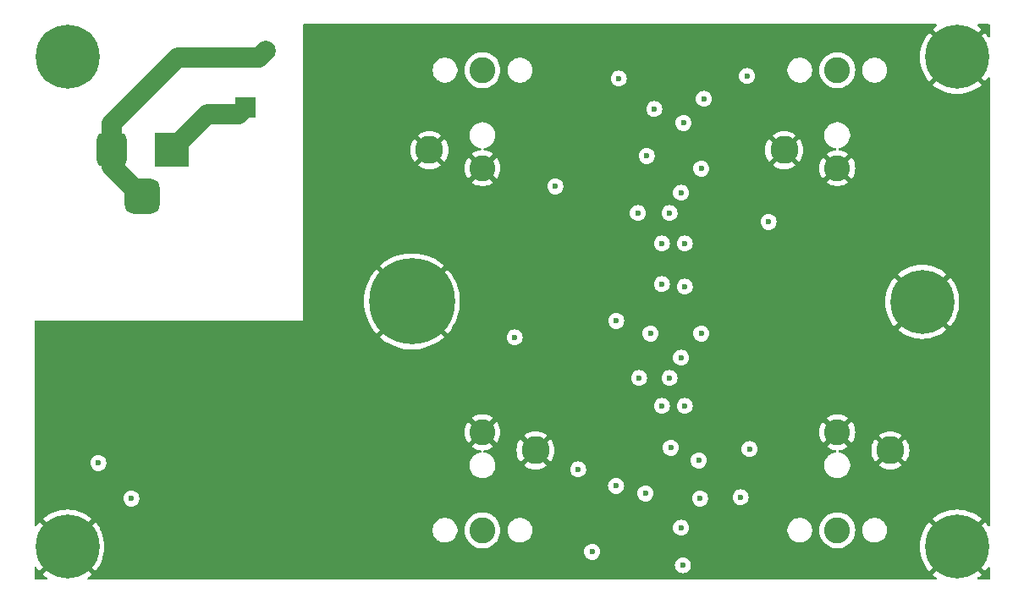
<source format=gbl>
G04 #@! TF.GenerationSoftware,KiCad,Pcbnew,8.0.3-8.0.3-0~ubuntu22.04.1*
G04 #@! TF.CreationDate,2024-07-07T23:08:19+03:00*
G04 #@! TF.ProjectId,riaa-preamp,72696161-2d70-4726-9561-6d702e6b6963,rev?*
G04 #@! TF.SameCoordinates,Original*
G04 #@! TF.FileFunction,Copper,L4,Bot*
G04 #@! TF.FilePolarity,Positive*
%FSLAX46Y46*%
G04 Gerber Fmt 4.6, Leading zero omitted, Abs format (unit mm)*
G04 Created by KiCad (PCBNEW 8.0.3-8.0.3-0~ubuntu22.04.1) date 2024-07-07 23:08:19*
%MOMM*%
%LPD*%
G01*
G04 APERTURE LIST*
G04 Aperture macros list*
%AMRoundRect*
0 Rectangle with rounded corners*
0 $1 Rounding radius*
0 $2 $3 $4 $5 $6 $7 $8 $9 X,Y pos of 4 corners*
0 Add a 4 corners polygon primitive as box body*
4,1,4,$2,$3,$4,$5,$6,$7,$8,$9,$2,$3,0*
0 Add four circle primitives for the rounded corners*
1,1,$1+$1,$2,$3*
1,1,$1+$1,$4,$5*
1,1,$1+$1,$6,$7*
1,1,$1+$1,$8,$9*
0 Add four rect primitives between the rounded corners*
20,1,$1+$1,$2,$3,$4,$5,0*
20,1,$1+$1,$4,$5,$6,$7,0*
20,1,$1+$1,$6,$7,$8,$9,0*
20,1,$1+$1,$8,$9,$2,$3,0*%
G04 Aperture macros list end*
G04 #@! TA.AperFunction,ComponentPad*
%ADD10C,2.590800*%
G04 #@! TD*
G04 #@! TA.AperFunction,ComponentPad*
%ADD11C,2.794000*%
G04 #@! TD*
G04 #@! TA.AperFunction,ComponentPad*
%ADD12C,0.800000*%
G04 #@! TD*
G04 #@! TA.AperFunction,ComponentPad*
%ADD13C,6.400000*%
G04 #@! TD*
G04 #@! TA.AperFunction,ComponentPad*
%ADD14R,3.500000X3.500000*%
G04 #@! TD*
G04 #@! TA.AperFunction,ComponentPad*
%ADD15RoundRect,0.750000X-0.750000X-1.000000X0.750000X-1.000000X0.750000X1.000000X-0.750000X1.000000X0*%
G04 #@! TD*
G04 #@! TA.AperFunction,ComponentPad*
%ADD16RoundRect,0.875000X-0.875000X-0.875000X0.875000X-0.875000X0.875000X0.875000X-0.875000X0.875000X0*%
G04 #@! TD*
G04 #@! TA.AperFunction,ComponentPad*
%ADD17R,2.000000X2.000000*%
G04 #@! TD*
G04 #@! TA.AperFunction,ComponentPad*
%ADD18C,2.000000*%
G04 #@! TD*
G04 #@! TA.AperFunction,ComponentPad*
%ADD19C,0.900000*%
G04 #@! TD*
G04 #@! TA.AperFunction,ComponentPad*
%ADD20C,8.600000*%
G04 #@! TD*
G04 #@! TA.AperFunction,ViaPad*
%ADD21C,0.600000*%
G04 #@! TD*
G04 #@! TA.AperFunction,Conductor*
%ADD22C,2.000000*%
G04 #@! TD*
G04 APERTURE END LIST*
D10*
X180524700Y-104809800D03*
X180524700Y-114614200D03*
D11*
X175216100Y-112810800D03*
D12*
X186621000Y-128000000D03*
X187323944Y-126302944D03*
X187323944Y-129697056D03*
X189021000Y-125600000D03*
D13*
X189021000Y-128000000D03*
D12*
X189021000Y-130400000D03*
X190718056Y-126302944D03*
X190718056Y-129697056D03*
X191421000Y-128000000D03*
X190100000Y-103500000D03*
X190802944Y-101802944D03*
X190802944Y-105197056D03*
X192500000Y-101100000D03*
D13*
X192500000Y-103500000D03*
D12*
X192500000Y-105900000D03*
X194197056Y-101802944D03*
X194197056Y-105197056D03*
X194900000Y-103500000D03*
D14*
X113950000Y-112760000D03*
D15*
X107950000Y-112760000D03*
D16*
X110950000Y-117460000D03*
D12*
X101100000Y-152500000D03*
X101802944Y-150802944D03*
X101802944Y-154197056D03*
X103500000Y-150100000D03*
D13*
X103500000Y-152500000D03*
D12*
X103500000Y-154900000D03*
X105197056Y-150802944D03*
X105197056Y-154197056D03*
X105900000Y-152500000D03*
D10*
X180524700Y-150860000D03*
X180524700Y-141055600D03*
D11*
X185833300Y-142859000D03*
D17*
X119330000Y-109183821D03*
X121330000Y-108511677D03*
D18*
X121330000Y-103511677D03*
X123330000Y-102839533D03*
D12*
X190100000Y-152500000D03*
X190802944Y-150802944D03*
X190802944Y-154197056D03*
X192500000Y-150100000D03*
D13*
X192500000Y-152500000D03*
D12*
X192500000Y-154900000D03*
X194197056Y-150802944D03*
X194197056Y-154197056D03*
X194900000Y-152500000D03*
D10*
X145028200Y-104809800D03*
X145028200Y-114614200D03*
D11*
X139719600Y-112810800D03*
D12*
X101100000Y-103500000D03*
X101802944Y-101802944D03*
X101802944Y-105197056D03*
X103500000Y-101100000D03*
D13*
X103500000Y-103500000D03*
D12*
X103500000Y-105900000D03*
X105197056Y-101802944D03*
X105197056Y-105197056D03*
X105900000Y-103500000D03*
D19*
X134742000Y-127953944D03*
X135686581Y-125673525D03*
X135686581Y-130234363D03*
X137967000Y-124728944D03*
D20*
X137967000Y-127953944D03*
D19*
X137967000Y-131178944D03*
X140247419Y-125673525D03*
X140247419Y-130234363D03*
X141192000Y-127953944D03*
D10*
X145028200Y-150860000D03*
X145028200Y-141055600D03*
D11*
X150336800Y-142859000D03*
D21*
X170479000Y-142605000D03*
X168574000Y-151876000D03*
X156382000Y-151368000D03*
X162986000Y-147050000D03*
X172384000Y-132826000D03*
X155620000Y-122158000D03*
X155747000Y-118982999D03*
X162986000Y-129016000D03*
X162732000Y-112760000D03*
X172326314Y-116627686D03*
X169336000Y-120126000D03*
X168574000Y-118094000D03*
X152572000Y-128254000D03*
X151048000Y-129778000D03*
X106915500Y-132127500D03*
X104820000Y-136763000D03*
X167304000Y-116824000D03*
X104820000Y-133969000D03*
X162224000Y-103997000D03*
X167812000Y-122158000D03*
X149397000Y-128254000D03*
X111932000Y-131429000D03*
X102661000Y-144002000D03*
X158160000Y-115300000D03*
X101346000Y-142650000D03*
X173146000Y-146034000D03*
X169844000Y-150352000D03*
X114472000Y-145780000D03*
X108630000Y-130794000D03*
X155620000Y-147558000D03*
X167304000Y-150352000D03*
X153588000Y-120634000D03*
X166923000Y-133715000D03*
X102661000Y-147431000D03*
X174289000Y-144764000D03*
X111678000Y-145780000D03*
X157652000Y-120672500D03*
X166415000Y-120126000D03*
X167773500Y-137779000D03*
X108630000Y-133461000D03*
X169336000Y-136128000D03*
X110027000Y-132191000D03*
X166288000Y-136128000D03*
X171495000Y-107680000D03*
X163494000Y-105648000D03*
X158287000Y-131302000D03*
X102661000Y-141208000D03*
X103169000Y-135239000D03*
X156890000Y-132572000D03*
X101264000Y-145780000D03*
X170352000Y-109204000D03*
X155112000Y-149844000D03*
X104058000Y-145780000D03*
X106471000Y-135239000D03*
X165081500Y-154352500D03*
X109900000Y-147685000D03*
X106598000Y-144129000D03*
X156001000Y-153019000D03*
X161335000Y-147177000D03*
X163875000Y-142605000D03*
X166669000Y-143875000D03*
X164891000Y-150606000D03*
X160700000Y-135620000D03*
X162986000Y-138414000D03*
X161843000Y-131175000D03*
X162986000Y-126222000D03*
X163748000Y-135620000D03*
X164891000Y-133588000D03*
X165272000Y-138414000D03*
X165272000Y-126476000D03*
X163748000Y-119110000D03*
X165145000Y-110093000D03*
X165272000Y-122158000D03*
X164891000Y-117078000D03*
X160573000Y-119110000D03*
X162986000Y-122158000D03*
X158668000Y-105648000D03*
X154604000Y-144764000D03*
X171495000Y-105394000D03*
X170860000Y-147558000D03*
X162224000Y-108696000D03*
X161462000Y-113395000D03*
X158414000Y-129905000D03*
X152318000Y-116443000D03*
X148254000Y-131556000D03*
X158398000Y-146415000D03*
X166923000Y-114665000D03*
X167177000Y-107680000D03*
X166923000Y-131175000D03*
X173654000Y-119999000D03*
X166796000Y-147685000D03*
X171749000Y-142732000D03*
D22*
X114576323Y-103511677D02*
X107950000Y-110138000D01*
X107950000Y-114460000D02*
X110950000Y-117460000D01*
X107950000Y-112760000D02*
X107950000Y-114460000D01*
X121330000Y-103511677D02*
X114576323Y-103511677D01*
X122657856Y-103511677D02*
X123330000Y-102839533D01*
X121330000Y-103511677D02*
X122657856Y-103511677D01*
X107950000Y-110138000D02*
X107950000Y-112760000D01*
X117526179Y-109183821D02*
X113950000Y-112760000D01*
X120657856Y-109183821D02*
X121330000Y-108511677D01*
X119330000Y-109183821D02*
X117526179Y-109183821D01*
X119330000Y-109183821D02*
X120657856Y-109183821D01*
G04 #@! TA.AperFunction,Conductor*
G36*
X102279588Y-153542330D02*
G01*
X102457670Y-153720412D01*
X102559300Y-153794251D01*
X101064648Y-155288903D01*
X101064649Y-155288904D01*
X101322202Y-155497465D01*
X101436212Y-155571505D01*
X101481714Y-155624526D01*
X101491328Y-155693731D01*
X101462001Y-155757148D01*
X101403044Y-155794642D01*
X101368676Y-155799500D01*
X100324500Y-155799500D01*
X100257461Y-155779815D01*
X100211706Y-155727011D01*
X100200500Y-155675500D01*
X100200500Y-154631323D01*
X100220185Y-154564284D01*
X100272989Y-154518529D01*
X100342147Y-154508585D01*
X100405703Y-154537610D01*
X100428495Y-154563788D01*
X100502531Y-154677793D01*
X100711095Y-154935350D01*
X100711096Y-154935350D01*
X102205748Y-153440698D01*
X102279588Y-153542330D01*
G37*
G04 #@! TD.AperFunction*
G04 #@! TA.AperFunction,Conductor*
G36*
X190435715Y-100220185D02*
G01*
X190481470Y-100272989D01*
X190491414Y-100342147D01*
X190462389Y-100405703D01*
X190436212Y-100428495D01*
X190322202Y-100502534D01*
X190064648Y-100711095D01*
X190064648Y-100711096D01*
X191559301Y-102205748D01*
X191457670Y-102279588D01*
X191279588Y-102457670D01*
X191205748Y-102559300D01*
X189711096Y-101064648D01*
X189711095Y-101064648D01*
X189502531Y-101322206D01*
X189291310Y-101647456D01*
X189115244Y-101993005D01*
X188976262Y-102355063D01*
X188875887Y-102729669D01*
X188875886Y-102729676D01*
X188815219Y-103112712D01*
X188794922Y-103499999D01*
X188794922Y-103500000D01*
X188815219Y-103887287D01*
X188875886Y-104270323D01*
X188875887Y-104270330D01*
X188976262Y-104644936D01*
X189115244Y-105006994D01*
X189291310Y-105352543D01*
X189502531Y-105677793D01*
X189711095Y-105935350D01*
X189711096Y-105935350D01*
X191205748Y-104440698D01*
X191279588Y-104542330D01*
X191457670Y-104720412D01*
X191559300Y-104794251D01*
X190064648Y-106288903D01*
X190064649Y-106288904D01*
X190322206Y-106497468D01*
X190647456Y-106708689D01*
X190993005Y-106884755D01*
X191355063Y-107023737D01*
X191729669Y-107124112D01*
X191729676Y-107124113D01*
X192112712Y-107184780D01*
X192499999Y-107205078D01*
X192500001Y-107205078D01*
X192887287Y-107184780D01*
X193270323Y-107124113D01*
X193270330Y-107124112D01*
X193644936Y-107023737D01*
X194006994Y-106884755D01*
X194352543Y-106708689D01*
X194677783Y-106497476D01*
X194677785Y-106497475D01*
X194935349Y-106288902D01*
X193440698Y-104794251D01*
X193542330Y-104720412D01*
X193720412Y-104542330D01*
X193794251Y-104440698D01*
X195288902Y-105935349D01*
X195497475Y-105677785D01*
X195497476Y-105677783D01*
X195571505Y-105563789D01*
X195624526Y-105518286D01*
X195693731Y-105508672D01*
X195757148Y-105537999D01*
X195794642Y-105596956D01*
X195799500Y-105631324D01*
X195799500Y-150368676D01*
X195779815Y-150435715D01*
X195727011Y-150481470D01*
X195657853Y-150491414D01*
X195594297Y-150462389D01*
X195571505Y-150436212D01*
X195497465Y-150322202D01*
X195288904Y-150064649D01*
X195288903Y-150064648D01*
X193794251Y-151559300D01*
X193720412Y-151457670D01*
X193542330Y-151279588D01*
X193440698Y-151205748D01*
X194935350Y-149711096D01*
X194935350Y-149711095D01*
X194677793Y-149502531D01*
X194352543Y-149291310D01*
X194006994Y-149115244D01*
X193644936Y-148976262D01*
X193270330Y-148875887D01*
X193270323Y-148875886D01*
X192887287Y-148815219D01*
X192500001Y-148794922D01*
X192499999Y-148794922D01*
X192112712Y-148815219D01*
X191729676Y-148875886D01*
X191729669Y-148875887D01*
X191355063Y-148976262D01*
X190993005Y-149115244D01*
X190647456Y-149291310D01*
X190322206Y-149502531D01*
X190064648Y-149711095D01*
X190064648Y-149711096D01*
X191559301Y-151205748D01*
X191457670Y-151279588D01*
X191279588Y-151457670D01*
X191205748Y-151559300D01*
X189711096Y-150064648D01*
X189711095Y-150064648D01*
X189502531Y-150322206D01*
X189291310Y-150647456D01*
X189115244Y-150993005D01*
X188976262Y-151355063D01*
X188875887Y-151729669D01*
X188875886Y-151729676D01*
X188815219Y-152112712D01*
X188794922Y-152499999D01*
X188794922Y-152500000D01*
X188815219Y-152887287D01*
X188875886Y-153270323D01*
X188875887Y-153270330D01*
X188976262Y-153644936D01*
X189115244Y-154006994D01*
X189291310Y-154352543D01*
X189502531Y-154677793D01*
X189711095Y-154935350D01*
X189711096Y-154935350D01*
X191205748Y-153440698D01*
X191279588Y-153542330D01*
X191457670Y-153720412D01*
X191559300Y-153794251D01*
X190064648Y-155288903D01*
X190064649Y-155288904D01*
X190322202Y-155497465D01*
X190436212Y-155571505D01*
X190481714Y-155624526D01*
X190491328Y-155693731D01*
X190462001Y-155757148D01*
X190403044Y-155794642D01*
X190368676Y-155799500D01*
X105631324Y-155799500D01*
X105564285Y-155779815D01*
X105518530Y-155727011D01*
X105508586Y-155657853D01*
X105537611Y-155594297D01*
X105563789Y-155571505D01*
X105677783Y-155497476D01*
X105677785Y-155497475D01*
X105935349Y-155288902D01*
X104440698Y-153794251D01*
X104542330Y-153720412D01*
X104720412Y-153542330D01*
X104794251Y-153440698D01*
X106288902Y-154935349D01*
X106497475Y-154677785D01*
X106497476Y-154677783D01*
X106708689Y-154352543D01*
X106708713Y-154352496D01*
X164275935Y-154352496D01*
X164275935Y-154352503D01*
X164296130Y-154531749D01*
X164296131Y-154531754D01*
X164355711Y-154702023D01*
X164451684Y-154854762D01*
X164579238Y-154982316D01*
X164731978Y-155078289D01*
X164902245Y-155137868D01*
X164902250Y-155137869D01*
X165081496Y-155158065D01*
X165081500Y-155158065D01*
X165081504Y-155158065D01*
X165260749Y-155137869D01*
X165260752Y-155137868D01*
X165260755Y-155137868D01*
X165431022Y-155078289D01*
X165583762Y-154982316D01*
X165711316Y-154854762D01*
X165807289Y-154702022D01*
X165866868Y-154531755D01*
X165866869Y-154531749D01*
X165887065Y-154352503D01*
X165887065Y-154352496D01*
X165866869Y-154173250D01*
X165866868Y-154173245D01*
X165807288Y-154002976D01*
X165711315Y-153850237D01*
X165583762Y-153722684D01*
X165431023Y-153626711D01*
X165260754Y-153567131D01*
X165260749Y-153567130D01*
X165081504Y-153546935D01*
X165081496Y-153546935D01*
X164902250Y-153567130D01*
X164902245Y-153567131D01*
X164731976Y-153626711D01*
X164579237Y-153722684D01*
X164451684Y-153850237D01*
X164355711Y-154002976D01*
X164296131Y-154173245D01*
X164296130Y-154173250D01*
X164275935Y-154352496D01*
X106708713Y-154352496D01*
X106884755Y-154006994D01*
X107023737Y-153644936D01*
X107124112Y-153270330D01*
X107124113Y-153270323D01*
X107163919Y-153018996D01*
X155195435Y-153018996D01*
X155195435Y-153019003D01*
X155215630Y-153198249D01*
X155215631Y-153198254D01*
X155275211Y-153368523D01*
X155371184Y-153521262D01*
X155498738Y-153648816D01*
X155651478Y-153744789D01*
X155821745Y-153804368D01*
X155821750Y-153804369D01*
X156000996Y-153824565D01*
X156001000Y-153824565D01*
X156001004Y-153824565D01*
X156180249Y-153804369D01*
X156180252Y-153804368D01*
X156180255Y-153804368D01*
X156350522Y-153744789D01*
X156503262Y-153648816D01*
X156630816Y-153521262D01*
X156726789Y-153368522D01*
X156786368Y-153198255D01*
X156806565Y-153019000D01*
X156786368Y-152839745D01*
X156726789Y-152669478D01*
X156718257Y-152655900D01*
X156630815Y-152516737D01*
X156503262Y-152389184D01*
X156350523Y-152293211D01*
X156180254Y-152233631D01*
X156180249Y-152233630D01*
X156001004Y-152213435D01*
X156000996Y-152213435D01*
X155821750Y-152233630D01*
X155821745Y-152233631D01*
X155651476Y-152293211D01*
X155498737Y-152389184D01*
X155371184Y-152516737D01*
X155275211Y-152669476D01*
X155215631Y-152839745D01*
X155215630Y-152839750D01*
X155195435Y-153018996D01*
X107163919Y-153018996D01*
X107184780Y-152887287D01*
X107205078Y-152500000D01*
X107205078Y-152499999D01*
X107184780Y-152112712D01*
X107124113Y-151729676D01*
X107124112Y-151729669D01*
X107023737Y-151355063D01*
X106884755Y-150993005D01*
X106767217Y-150762323D01*
X140040600Y-150762323D01*
X140040600Y-150957677D01*
X140050031Y-151017221D01*
X140071160Y-151150626D01*
X140131525Y-151336414D01*
X140131526Y-151336417D01*
X140220218Y-151510481D01*
X140335036Y-151668516D01*
X140335040Y-151668521D01*
X140473178Y-151806659D01*
X140473183Y-151806663D01*
X140566558Y-151874503D01*
X140631222Y-151921484D01*
X140745006Y-151979460D01*
X140805282Y-152010173D01*
X140805285Y-152010174D01*
X140898179Y-152040356D01*
X140991075Y-152070540D01*
X141184023Y-152101100D01*
X141184024Y-152101100D01*
X141379376Y-152101100D01*
X141379377Y-152101100D01*
X141572325Y-152070540D01*
X141758117Y-152010173D01*
X141932178Y-151921484D01*
X142090223Y-151806658D01*
X142228358Y-151668523D01*
X142343184Y-151510478D01*
X142431873Y-151336417D01*
X142492240Y-151150625D01*
X142522800Y-150957677D01*
X142522800Y-150859995D01*
X143227264Y-150859995D01*
X143227264Y-150860004D01*
X143247377Y-151128406D01*
X143247378Y-151128411D01*
X143307271Y-151390821D01*
X143307277Y-151390840D01*
X143405613Y-151641397D01*
X143540199Y-151874506D01*
X143577662Y-151921484D01*
X143708020Y-152084948D01*
X143774301Y-152146447D01*
X143905330Y-152268024D01*
X143905332Y-152268025D01*
X143905335Y-152268028D01*
X144127732Y-152419656D01*
X144370244Y-152536444D01*
X144627454Y-152615783D01*
X144627455Y-152615783D01*
X144627458Y-152615784D01*
X144893608Y-152655899D01*
X144893613Y-152655899D01*
X144893616Y-152655900D01*
X144893617Y-152655900D01*
X145162783Y-152655900D01*
X145162784Y-152655900D01*
X145162791Y-152655899D01*
X145428941Y-152615784D01*
X145428942Y-152615783D01*
X145428946Y-152615783D01*
X145686156Y-152536444D01*
X145928668Y-152419656D01*
X146151065Y-152268028D01*
X146348380Y-152084948D01*
X146516203Y-151874503D01*
X146650787Y-151641397D01*
X146749125Y-151390835D01*
X146809021Y-151128416D01*
X146809022Y-151128406D01*
X146829136Y-150860004D01*
X146829136Y-150859995D01*
X146821816Y-150762323D01*
X147533600Y-150762323D01*
X147533600Y-150957677D01*
X147543031Y-151017221D01*
X147564160Y-151150626D01*
X147624525Y-151336414D01*
X147624526Y-151336417D01*
X147713218Y-151510481D01*
X147828036Y-151668516D01*
X147828040Y-151668521D01*
X147966178Y-151806659D01*
X147966183Y-151806663D01*
X148059558Y-151874503D01*
X148124222Y-151921484D01*
X148238006Y-151979460D01*
X148298282Y-152010173D01*
X148298285Y-152010174D01*
X148391179Y-152040356D01*
X148484075Y-152070540D01*
X148677023Y-152101100D01*
X148677024Y-152101100D01*
X148872376Y-152101100D01*
X148872377Y-152101100D01*
X149065325Y-152070540D01*
X149251117Y-152010173D01*
X149425178Y-151921484D01*
X149583223Y-151806658D01*
X149721358Y-151668523D01*
X149836184Y-151510478D01*
X149924873Y-151336417D01*
X149985240Y-151150625D01*
X150015800Y-150957677D01*
X150015800Y-150762323D01*
X149991040Y-150605996D01*
X164085435Y-150605996D01*
X164085435Y-150606003D01*
X164105630Y-150785249D01*
X164105631Y-150785254D01*
X164165211Y-150955523D01*
X164188763Y-150993005D01*
X164261184Y-151108262D01*
X164388738Y-151235816D01*
X164541478Y-151331789D01*
X164710182Y-151390821D01*
X164711745Y-151391368D01*
X164711750Y-151391369D01*
X164890996Y-151411565D01*
X164891000Y-151411565D01*
X164891004Y-151411565D01*
X165070249Y-151391369D01*
X165070252Y-151391368D01*
X165070255Y-151391368D01*
X165240522Y-151331789D01*
X165393262Y-151235816D01*
X165520816Y-151108262D01*
X165616789Y-150955522D01*
X165676368Y-150785255D01*
X165678952Y-150762323D01*
X175537100Y-150762323D01*
X175537100Y-150957677D01*
X175546531Y-151017221D01*
X175567660Y-151150626D01*
X175628025Y-151336414D01*
X175628026Y-151336417D01*
X175716718Y-151510481D01*
X175831536Y-151668516D01*
X175831540Y-151668521D01*
X175969678Y-151806659D01*
X175969683Y-151806663D01*
X176063058Y-151874503D01*
X176127722Y-151921484D01*
X176241506Y-151979460D01*
X176301782Y-152010173D01*
X176301785Y-152010174D01*
X176394679Y-152040356D01*
X176487575Y-152070540D01*
X176680523Y-152101100D01*
X176680524Y-152101100D01*
X176875876Y-152101100D01*
X176875877Y-152101100D01*
X177068825Y-152070540D01*
X177254617Y-152010173D01*
X177428678Y-151921484D01*
X177586723Y-151806658D01*
X177724858Y-151668523D01*
X177839684Y-151510478D01*
X177928373Y-151336417D01*
X177988740Y-151150625D01*
X178019300Y-150957677D01*
X178019300Y-150859995D01*
X178723764Y-150859995D01*
X178723764Y-150860004D01*
X178743877Y-151128406D01*
X178743878Y-151128411D01*
X178803771Y-151390821D01*
X178803777Y-151390840D01*
X178902113Y-151641397D01*
X179036699Y-151874506D01*
X179074162Y-151921484D01*
X179204520Y-152084948D01*
X179270801Y-152146447D01*
X179401830Y-152268024D01*
X179401832Y-152268025D01*
X179401835Y-152268028D01*
X179624232Y-152419656D01*
X179866744Y-152536444D01*
X180123954Y-152615783D01*
X180123955Y-152615783D01*
X180123958Y-152615784D01*
X180390108Y-152655899D01*
X180390113Y-152655899D01*
X180390116Y-152655900D01*
X180390117Y-152655900D01*
X180659283Y-152655900D01*
X180659284Y-152655900D01*
X180659291Y-152655899D01*
X180925441Y-152615784D01*
X180925442Y-152615783D01*
X180925446Y-152615783D01*
X181182656Y-152536444D01*
X181425168Y-152419656D01*
X181647565Y-152268028D01*
X181844880Y-152084948D01*
X182012703Y-151874503D01*
X182147287Y-151641397D01*
X182245625Y-151390835D01*
X182305521Y-151128416D01*
X182305522Y-151128406D01*
X182325636Y-150860004D01*
X182325636Y-150859995D01*
X182318316Y-150762323D01*
X183030100Y-150762323D01*
X183030100Y-150957677D01*
X183039531Y-151017221D01*
X183060660Y-151150626D01*
X183121025Y-151336414D01*
X183121026Y-151336417D01*
X183209718Y-151510481D01*
X183324536Y-151668516D01*
X183324540Y-151668521D01*
X183462678Y-151806659D01*
X183462683Y-151806663D01*
X183556058Y-151874503D01*
X183620722Y-151921484D01*
X183734506Y-151979460D01*
X183794782Y-152010173D01*
X183794785Y-152010174D01*
X183887679Y-152040356D01*
X183980575Y-152070540D01*
X184173523Y-152101100D01*
X184173524Y-152101100D01*
X184368876Y-152101100D01*
X184368877Y-152101100D01*
X184561825Y-152070540D01*
X184747617Y-152010173D01*
X184921678Y-151921484D01*
X185079723Y-151806658D01*
X185217858Y-151668523D01*
X185332684Y-151510478D01*
X185421373Y-151336417D01*
X185481740Y-151150625D01*
X185512300Y-150957677D01*
X185512300Y-150762323D01*
X185481740Y-150569375D01*
X185421373Y-150383583D01*
X185421373Y-150383582D01*
X185356608Y-150256476D01*
X185332684Y-150209522D01*
X185255827Y-150103737D01*
X185217863Y-150051483D01*
X185217859Y-150051478D01*
X185079721Y-149913340D01*
X185079716Y-149913336D01*
X184921681Y-149798518D01*
X184921680Y-149798517D01*
X184921678Y-149798516D01*
X184865913Y-149770102D01*
X184747617Y-149709826D01*
X184747614Y-149709825D01*
X184561826Y-149649460D01*
X184465351Y-149634180D01*
X184368877Y-149618900D01*
X184173523Y-149618900D01*
X184109207Y-149629086D01*
X183980573Y-149649460D01*
X183794785Y-149709825D01*
X183794782Y-149709826D01*
X183620718Y-149798518D01*
X183462683Y-149913336D01*
X183462678Y-149913340D01*
X183324540Y-150051478D01*
X183324536Y-150051483D01*
X183209718Y-150209518D01*
X183121026Y-150383582D01*
X183121025Y-150383585D01*
X183060660Y-150569373D01*
X183048293Y-150647456D01*
X183030100Y-150762323D01*
X182318316Y-150762323D01*
X182305522Y-150591593D01*
X182305521Y-150591588D01*
X182305521Y-150591584D01*
X182245625Y-150329165D01*
X182147287Y-150078603D01*
X182012703Y-149845497D01*
X181992873Y-149820631D01*
X181844885Y-149635058D01*
X181844883Y-149635056D01*
X181844880Y-149635052D01*
X181702055Y-149502531D01*
X181647569Y-149451975D01*
X181647565Y-149451972D01*
X181425168Y-149300344D01*
X181425165Y-149300343D01*
X181425163Y-149300341D01*
X181182656Y-149183556D01*
X180925447Y-149104217D01*
X180925441Y-149104215D01*
X180659291Y-149064100D01*
X180659284Y-149064100D01*
X180390116Y-149064100D01*
X180390108Y-149064100D01*
X180123958Y-149104215D01*
X180123952Y-149104217D01*
X179866743Y-149183556D01*
X179624236Y-149300341D01*
X179401830Y-149451975D01*
X179204522Y-149635050D01*
X179204514Y-149635058D01*
X179036699Y-149845493D01*
X178902113Y-150078602D01*
X178803777Y-150329159D01*
X178803771Y-150329178D01*
X178743878Y-150591588D01*
X178743877Y-150591593D01*
X178723764Y-150859995D01*
X178019300Y-150859995D01*
X178019300Y-150762323D01*
X177988740Y-150569375D01*
X177928373Y-150383583D01*
X177928373Y-150383582D01*
X177863608Y-150256476D01*
X177839684Y-150209522D01*
X177762827Y-150103737D01*
X177724863Y-150051483D01*
X177724859Y-150051478D01*
X177586721Y-149913340D01*
X177586716Y-149913336D01*
X177428681Y-149798518D01*
X177428680Y-149798517D01*
X177428678Y-149798516D01*
X177372913Y-149770102D01*
X177254617Y-149709826D01*
X177254614Y-149709825D01*
X177068826Y-149649460D01*
X176972351Y-149634180D01*
X176875877Y-149618900D01*
X176680523Y-149618900D01*
X176616207Y-149629086D01*
X176487573Y-149649460D01*
X176301785Y-149709825D01*
X176301782Y-149709826D01*
X176127718Y-149798518D01*
X175969683Y-149913336D01*
X175969678Y-149913340D01*
X175831540Y-150051478D01*
X175831536Y-150051483D01*
X175716718Y-150209518D01*
X175628026Y-150383582D01*
X175628025Y-150383585D01*
X175567660Y-150569373D01*
X175555293Y-150647456D01*
X175537100Y-150762323D01*
X165678952Y-150762323D01*
X165696565Y-150606000D01*
X165694941Y-150591588D01*
X165676369Y-150426750D01*
X165676368Y-150426745D01*
X165616788Y-150256476D01*
X165520815Y-150103737D01*
X165393262Y-149976184D01*
X165240523Y-149880211D01*
X165070254Y-149820631D01*
X165070249Y-149820630D01*
X164891004Y-149800435D01*
X164890996Y-149800435D01*
X164711750Y-149820630D01*
X164711745Y-149820631D01*
X164541476Y-149880211D01*
X164388737Y-149976184D01*
X164261184Y-150103737D01*
X164165211Y-150256476D01*
X164105631Y-150426745D01*
X164105630Y-150426750D01*
X164085435Y-150605996D01*
X149991040Y-150605996D01*
X149985240Y-150569375D01*
X149924873Y-150383583D01*
X149924873Y-150383582D01*
X149860108Y-150256476D01*
X149836184Y-150209522D01*
X149759327Y-150103737D01*
X149721363Y-150051483D01*
X149721359Y-150051478D01*
X149583221Y-149913340D01*
X149583216Y-149913336D01*
X149425181Y-149798518D01*
X149425180Y-149798517D01*
X149425178Y-149798516D01*
X149369413Y-149770102D01*
X149251117Y-149709826D01*
X149251114Y-149709825D01*
X149065326Y-149649460D01*
X148968851Y-149634180D01*
X148872377Y-149618900D01*
X148677023Y-149618900D01*
X148612707Y-149629086D01*
X148484073Y-149649460D01*
X148298285Y-149709825D01*
X148298282Y-149709826D01*
X148124218Y-149798518D01*
X147966183Y-149913336D01*
X147966178Y-149913340D01*
X147828040Y-150051478D01*
X147828036Y-150051483D01*
X147713218Y-150209518D01*
X147624526Y-150383582D01*
X147624525Y-150383585D01*
X147564160Y-150569373D01*
X147551793Y-150647456D01*
X147533600Y-150762323D01*
X146821816Y-150762323D01*
X146809022Y-150591593D01*
X146809021Y-150591588D01*
X146809021Y-150591584D01*
X146749125Y-150329165D01*
X146650787Y-150078603D01*
X146516203Y-149845497D01*
X146496373Y-149820631D01*
X146348385Y-149635058D01*
X146348383Y-149635056D01*
X146348380Y-149635052D01*
X146205555Y-149502531D01*
X146151069Y-149451975D01*
X146151065Y-149451972D01*
X145928668Y-149300344D01*
X145928665Y-149300343D01*
X145928663Y-149300341D01*
X145686156Y-149183556D01*
X145428947Y-149104217D01*
X145428941Y-149104215D01*
X145162791Y-149064100D01*
X145162784Y-149064100D01*
X144893616Y-149064100D01*
X144893608Y-149064100D01*
X144627458Y-149104215D01*
X144627452Y-149104217D01*
X144370243Y-149183556D01*
X144127736Y-149300341D01*
X143905330Y-149451975D01*
X143708022Y-149635050D01*
X143708014Y-149635058D01*
X143540199Y-149845493D01*
X143405613Y-150078602D01*
X143307277Y-150329159D01*
X143307271Y-150329178D01*
X143247378Y-150591588D01*
X143247377Y-150591593D01*
X143227264Y-150859995D01*
X142522800Y-150859995D01*
X142522800Y-150762323D01*
X142492240Y-150569375D01*
X142431873Y-150383583D01*
X142431873Y-150383582D01*
X142367108Y-150256476D01*
X142343184Y-150209522D01*
X142266327Y-150103737D01*
X142228363Y-150051483D01*
X142228359Y-150051478D01*
X142090221Y-149913340D01*
X142090216Y-149913336D01*
X141932181Y-149798518D01*
X141932180Y-149798517D01*
X141932178Y-149798516D01*
X141876413Y-149770102D01*
X141758117Y-149709826D01*
X141758114Y-149709825D01*
X141572326Y-149649460D01*
X141475851Y-149634180D01*
X141379377Y-149618900D01*
X141184023Y-149618900D01*
X141119707Y-149629086D01*
X140991073Y-149649460D01*
X140805285Y-149709825D01*
X140805282Y-149709826D01*
X140631218Y-149798518D01*
X140473183Y-149913336D01*
X140473178Y-149913340D01*
X140335040Y-150051478D01*
X140335036Y-150051483D01*
X140220218Y-150209518D01*
X140131526Y-150383582D01*
X140131525Y-150383585D01*
X140071160Y-150569373D01*
X140058793Y-150647456D01*
X140040600Y-150762323D01*
X106767217Y-150762323D01*
X106708689Y-150647456D01*
X106497468Y-150322206D01*
X106288904Y-150064649D01*
X106288903Y-150064648D01*
X104794251Y-151559300D01*
X104720412Y-151457670D01*
X104542330Y-151279588D01*
X104440698Y-151205748D01*
X105935350Y-149711096D01*
X105935350Y-149711095D01*
X105677793Y-149502531D01*
X105352543Y-149291310D01*
X105006994Y-149115244D01*
X104644936Y-148976262D01*
X104270330Y-148875887D01*
X104270323Y-148875886D01*
X103887287Y-148815219D01*
X103500001Y-148794922D01*
X103499999Y-148794922D01*
X103112712Y-148815219D01*
X102729676Y-148875886D01*
X102729669Y-148875887D01*
X102355063Y-148976262D01*
X101993005Y-149115244D01*
X101647456Y-149291310D01*
X101322206Y-149502531D01*
X101064648Y-149711095D01*
X101064648Y-149711096D01*
X102559301Y-151205748D01*
X102457670Y-151279588D01*
X102279588Y-151457670D01*
X102205748Y-151559300D01*
X100711096Y-150064648D01*
X100711095Y-150064648D01*
X100502534Y-150322202D01*
X100428495Y-150436212D01*
X100375474Y-150481714D01*
X100306269Y-150491328D01*
X100242852Y-150462001D01*
X100205358Y-150403044D01*
X100200500Y-150368676D01*
X100200500Y-147684996D01*
X109094435Y-147684996D01*
X109094435Y-147685003D01*
X109114630Y-147864249D01*
X109114631Y-147864254D01*
X109174211Y-148034523D01*
X109270184Y-148187262D01*
X109397738Y-148314816D01*
X109550478Y-148410789D01*
X109720745Y-148470368D01*
X109720750Y-148470369D01*
X109899996Y-148490565D01*
X109900000Y-148490565D01*
X109900004Y-148490565D01*
X110079249Y-148470369D01*
X110079252Y-148470368D01*
X110079255Y-148470368D01*
X110249522Y-148410789D01*
X110402262Y-148314816D01*
X110529816Y-148187262D01*
X110625789Y-148034522D01*
X110685368Y-147864255D01*
X110691840Y-147806815D01*
X110705565Y-147685003D01*
X110705565Y-147684996D01*
X110685369Y-147505750D01*
X110685368Y-147505745D01*
X110625789Y-147335478D01*
X110529816Y-147182738D01*
X110402262Y-147055184D01*
X110249523Y-146959211D01*
X110079254Y-146899631D01*
X110079249Y-146899630D01*
X109900004Y-146879435D01*
X109899996Y-146879435D01*
X109720750Y-146899630D01*
X109720745Y-146899631D01*
X109550476Y-146959211D01*
X109397737Y-147055184D01*
X109270184Y-147182737D01*
X109174211Y-147335476D01*
X109114631Y-147505745D01*
X109114630Y-147505750D01*
X109094435Y-147684996D01*
X100200500Y-147684996D01*
X100200500Y-146414996D01*
X157592435Y-146414996D01*
X157592435Y-146415003D01*
X157612630Y-146594249D01*
X157612631Y-146594254D01*
X157672211Y-146764523D01*
X157711769Y-146827478D01*
X157768184Y-146917262D01*
X157895738Y-147044816D01*
X158048478Y-147140789D01*
X158218745Y-147200368D01*
X158218750Y-147200369D01*
X158397996Y-147220565D01*
X158398000Y-147220565D01*
X158398004Y-147220565D01*
X158577249Y-147200369D01*
X158577252Y-147200368D01*
X158577255Y-147200368D01*
X158644048Y-147176996D01*
X160529435Y-147176996D01*
X160529435Y-147177003D01*
X160549630Y-147356249D01*
X160549631Y-147356254D01*
X160609211Y-147526523D01*
X160705184Y-147679262D01*
X160832738Y-147806816D01*
X160985478Y-147902789D01*
X161155745Y-147962368D01*
X161155750Y-147962369D01*
X161334996Y-147982565D01*
X161335000Y-147982565D01*
X161335004Y-147982565D01*
X161514249Y-147962369D01*
X161514252Y-147962368D01*
X161514255Y-147962368D01*
X161684522Y-147902789D01*
X161837262Y-147806816D01*
X161959082Y-147684996D01*
X165990435Y-147684996D01*
X165990435Y-147685003D01*
X166010630Y-147864249D01*
X166010631Y-147864254D01*
X166070211Y-148034523D01*
X166166184Y-148187262D01*
X166293738Y-148314816D01*
X166446478Y-148410789D01*
X166616745Y-148470368D01*
X166616750Y-148470369D01*
X166795996Y-148490565D01*
X166796000Y-148490565D01*
X166796004Y-148490565D01*
X166975249Y-148470369D01*
X166975252Y-148470368D01*
X166975255Y-148470368D01*
X167145522Y-148410789D01*
X167298262Y-148314816D01*
X167425816Y-148187262D01*
X167521789Y-148034522D01*
X167581368Y-147864255D01*
X167587840Y-147806815D01*
X167601565Y-147685003D01*
X167601565Y-147684996D01*
X167587256Y-147557996D01*
X170054435Y-147557996D01*
X170054435Y-147558003D01*
X170074630Y-147737249D01*
X170074631Y-147737254D01*
X170134211Y-147907523D01*
X170214010Y-148034522D01*
X170230184Y-148060262D01*
X170357738Y-148187816D01*
X170510478Y-148283789D01*
X170599148Y-148314816D01*
X170680745Y-148343368D01*
X170680750Y-148343369D01*
X170859996Y-148363565D01*
X170860000Y-148363565D01*
X170860004Y-148363565D01*
X171039249Y-148343369D01*
X171039252Y-148343368D01*
X171039255Y-148343368D01*
X171209522Y-148283789D01*
X171362262Y-148187816D01*
X171489816Y-148060262D01*
X171585789Y-147907522D01*
X171645368Y-147737255D01*
X171645369Y-147737249D01*
X171665565Y-147558003D01*
X171665565Y-147557996D01*
X171645369Y-147378750D01*
X171645368Y-147378745D01*
X171630228Y-147335478D01*
X171585789Y-147208478D01*
X171569615Y-147182738D01*
X171543257Y-147140789D01*
X171489816Y-147055738D01*
X171362262Y-146928184D01*
X171316822Y-146899632D01*
X171209523Y-146832211D01*
X171039254Y-146772631D01*
X171039249Y-146772630D01*
X170860004Y-146752435D01*
X170859996Y-146752435D01*
X170680750Y-146772630D01*
X170680745Y-146772631D01*
X170510476Y-146832211D01*
X170357737Y-146928184D01*
X170230184Y-147055737D01*
X170134211Y-147208476D01*
X170074631Y-147378745D01*
X170074630Y-147378750D01*
X170054435Y-147557996D01*
X167587256Y-147557996D01*
X167581369Y-147505750D01*
X167581368Y-147505745D01*
X167521789Y-147335478D01*
X167425816Y-147182738D01*
X167298262Y-147055184D01*
X167145523Y-146959211D01*
X166975254Y-146899631D01*
X166975249Y-146899630D01*
X166796004Y-146879435D01*
X166795996Y-146879435D01*
X166616750Y-146899630D01*
X166616745Y-146899631D01*
X166446476Y-146959211D01*
X166293737Y-147055184D01*
X166166184Y-147182737D01*
X166070211Y-147335476D01*
X166010631Y-147505745D01*
X166010630Y-147505750D01*
X165990435Y-147684996D01*
X161959082Y-147684996D01*
X161964816Y-147679262D01*
X162060789Y-147526522D01*
X162120368Y-147356255D01*
X162122709Y-147335478D01*
X162140565Y-147177003D01*
X162140565Y-147176996D01*
X162120369Y-146997750D01*
X162120368Y-146997745D01*
X162106884Y-146959211D01*
X162060789Y-146827478D01*
X161964816Y-146674738D01*
X161837262Y-146547184D01*
X161684523Y-146451211D01*
X161514254Y-146391631D01*
X161514249Y-146391630D01*
X161335004Y-146371435D01*
X161334996Y-146371435D01*
X161155750Y-146391630D01*
X161155745Y-146391631D01*
X160985476Y-146451211D01*
X160832737Y-146547184D01*
X160705184Y-146674737D01*
X160609211Y-146827476D01*
X160549631Y-146997745D01*
X160549630Y-146997750D01*
X160529435Y-147176996D01*
X158644048Y-147176996D01*
X158747522Y-147140789D01*
X158900262Y-147044816D01*
X159027816Y-146917262D01*
X159123789Y-146764522D01*
X159183368Y-146594255D01*
X159203565Y-146415000D01*
X159200932Y-146391632D01*
X159183369Y-146235750D01*
X159183368Y-146235745D01*
X159123788Y-146065476D01*
X159027815Y-145912737D01*
X158900262Y-145785184D01*
X158747523Y-145689211D01*
X158577254Y-145629631D01*
X158577249Y-145629630D01*
X158398004Y-145609435D01*
X158397996Y-145609435D01*
X158218750Y-145629630D01*
X158218745Y-145629631D01*
X158048476Y-145689211D01*
X157895737Y-145785184D01*
X157768184Y-145912737D01*
X157672211Y-146065476D01*
X157612631Y-146235745D01*
X157612630Y-146235750D01*
X157592435Y-146414996D01*
X100200500Y-146414996D01*
X100200500Y-144128996D01*
X105792435Y-144128996D01*
X105792435Y-144129003D01*
X105812630Y-144308249D01*
X105812631Y-144308254D01*
X105872211Y-144478523D01*
X105968184Y-144631262D01*
X106095738Y-144758816D01*
X106248478Y-144854789D01*
X106418745Y-144914368D01*
X106418750Y-144914369D01*
X106597996Y-144934565D01*
X106598000Y-144934565D01*
X106598004Y-144934565D01*
X106777249Y-144914369D01*
X106777252Y-144914368D01*
X106777255Y-144914368D01*
X106947522Y-144854789D01*
X107100262Y-144758816D01*
X107227816Y-144631262D01*
X107323789Y-144478522D01*
X107383368Y-144308255D01*
X107388609Y-144261738D01*
X107403565Y-144129003D01*
X107403565Y-144128996D01*
X107383369Y-143949750D01*
X107383368Y-143949745D01*
X107357215Y-143875003D01*
X107323789Y-143779478D01*
X107227816Y-143626738D01*
X107100262Y-143499184D01*
X107034817Y-143458062D01*
X106947523Y-143403211D01*
X106777254Y-143343631D01*
X106777249Y-143343630D01*
X106598004Y-143323435D01*
X106597996Y-143323435D01*
X106418750Y-143343630D01*
X106418745Y-143343631D01*
X106248476Y-143403211D01*
X106095737Y-143499184D01*
X105968184Y-143626737D01*
X105872211Y-143779476D01*
X105812631Y-143949745D01*
X105812630Y-143949750D01*
X105792435Y-144128996D01*
X100200500Y-144128996D01*
X100200500Y-141055595D01*
X143227766Y-141055595D01*
X143227766Y-141055604D01*
X143247873Y-141323931D01*
X143247874Y-141323936D01*
X143307750Y-141586273D01*
X143307756Y-141586292D01*
X143406065Y-141836779D01*
X143406064Y-141836779D01*
X143540614Y-142069824D01*
X143593767Y-142136477D01*
X143593768Y-142136477D01*
X144135778Y-141594467D01*
X144219292Y-141719454D01*
X144364346Y-141864508D01*
X144489331Y-141948020D01*
X143946359Y-142490992D01*
X144127989Y-142614825D01*
X144127990Y-142614826D01*
X144370422Y-142731574D01*
X144370441Y-142731581D01*
X144627553Y-142810889D01*
X144627563Y-142810891D01*
X144811719Y-142838650D01*
X144875076Y-142868107D01*
X144912449Y-142927141D01*
X144911974Y-142997009D01*
X144873800Y-143055528D01*
X144812635Y-143083738D01*
X144725677Y-143097511D01*
X144532284Y-143160347D01*
X144351096Y-143252668D01*
X144289033Y-143297760D01*
X144186584Y-143372194D01*
X144186582Y-143372196D01*
X144186581Y-143372196D01*
X144042796Y-143515981D01*
X144042796Y-143515982D01*
X144042794Y-143515984D01*
X143991462Y-143586635D01*
X143923268Y-143680496D01*
X143830947Y-143861684D01*
X143768111Y-144055077D01*
X143755582Y-144134184D01*
X143736300Y-144255925D01*
X143736300Y-144459275D01*
X143739349Y-144478523D01*
X143768111Y-144660122D01*
X143830947Y-144853515D01*
X143923268Y-145034703D01*
X144042794Y-145199216D01*
X144186584Y-145343006D01*
X144351097Y-145462532D01*
X144404590Y-145489788D01*
X144532284Y-145554852D01*
X144577567Y-145569565D01*
X144725679Y-145617689D01*
X144926525Y-145649500D01*
X144926526Y-145649500D01*
X145129874Y-145649500D01*
X145129875Y-145649500D01*
X145330721Y-145617689D01*
X145524118Y-145554851D01*
X145705303Y-145462532D01*
X145869816Y-145343006D01*
X146013606Y-145199216D01*
X146133132Y-145034703D01*
X146225451Y-144853518D01*
X146254538Y-144763996D01*
X153798435Y-144763996D01*
X153798435Y-144764003D01*
X153818630Y-144943249D01*
X153818631Y-144943254D01*
X153878211Y-145113523D01*
X153932056Y-145199216D01*
X153974184Y-145266262D01*
X154101738Y-145393816D01*
X154254478Y-145489789D01*
X154424745Y-145549368D01*
X154424750Y-145549369D01*
X154603996Y-145569565D01*
X154604000Y-145569565D01*
X154604004Y-145569565D01*
X154783249Y-145549369D01*
X154783252Y-145549368D01*
X154783255Y-145549368D01*
X154953522Y-145489789D01*
X155106262Y-145393816D01*
X155233816Y-145266262D01*
X155329789Y-145113522D01*
X155389368Y-144943255D01*
X155399479Y-144853518D01*
X155409565Y-144764003D01*
X155409565Y-144763996D01*
X155389369Y-144584750D01*
X155389368Y-144584745D01*
X155329789Y-144414478D01*
X155233816Y-144261738D01*
X155106262Y-144134184D01*
X154953523Y-144038211D01*
X154783254Y-143978631D01*
X154783249Y-143978630D01*
X154604004Y-143958435D01*
X154603996Y-143958435D01*
X154424750Y-143978630D01*
X154424745Y-143978631D01*
X154254476Y-144038211D01*
X154101737Y-144134184D01*
X153974184Y-144261737D01*
X153878211Y-144414476D01*
X153818631Y-144584745D01*
X153818630Y-144584750D01*
X153798435Y-144763996D01*
X146254538Y-144763996D01*
X146288289Y-144660121D01*
X146320100Y-144459275D01*
X146320100Y-144255925D01*
X146288289Y-144055079D01*
X146243834Y-143918259D01*
X146225452Y-143861684D01*
X146212661Y-143836581D01*
X146133132Y-143680497D01*
X146013606Y-143515984D01*
X145869816Y-143372194D01*
X145705303Y-143252668D01*
X145670265Y-143234815D01*
X145524115Y-143160347D01*
X145330722Y-143097511D01*
X145243764Y-143083738D01*
X145180629Y-143053809D01*
X145143698Y-142994497D01*
X145144696Y-142924635D01*
X145183306Y-142866402D01*
X145199680Y-142858998D01*
X148434954Y-142858998D01*
X148434954Y-142859001D01*
X148454312Y-143129666D01*
X148511989Y-143394803D01*
X148606822Y-143649061D01*
X148736861Y-143887210D01*
X148736861Y-143887211D01*
X148830264Y-144011981D01*
X149369724Y-143472521D01*
X149464969Y-143603614D01*
X149592186Y-143730831D01*
X149723277Y-143826074D01*
X149183817Y-144365534D01*
X149183818Y-144365535D01*
X149308580Y-144458933D01*
X149546738Y-144588977D01*
X149800996Y-144683810D01*
X150066133Y-144741487D01*
X150336799Y-144760846D01*
X150336801Y-144760846D01*
X150607466Y-144741487D01*
X150872603Y-144683810D01*
X151126861Y-144588977D01*
X151365019Y-144458933D01*
X151489781Y-144365535D01*
X151489781Y-144365534D01*
X150950322Y-143826074D01*
X151081414Y-143730831D01*
X151208631Y-143603614D01*
X151303875Y-143472522D01*
X151843334Y-144011981D01*
X151843335Y-144011981D01*
X151936733Y-143887219D01*
X151943407Y-143874996D01*
X165863435Y-143874996D01*
X165863435Y-143875003D01*
X165883630Y-144054249D01*
X165883631Y-144054254D01*
X165943211Y-144224523D01*
X165966595Y-144261738D01*
X166039184Y-144377262D01*
X166166738Y-144504816D01*
X166319478Y-144600789D01*
X166406565Y-144631262D01*
X166489745Y-144660368D01*
X166489750Y-144660369D01*
X166668996Y-144680565D01*
X166669000Y-144680565D01*
X166669004Y-144680565D01*
X166848249Y-144660369D01*
X166848252Y-144660368D01*
X166848255Y-144660368D01*
X167018522Y-144600789D01*
X167171262Y-144504816D01*
X167298816Y-144377262D01*
X167394789Y-144224522D01*
X167454368Y-144054255D01*
X167463427Y-143973855D01*
X167474565Y-143875003D01*
X167474565Y-143874996D01*
X167454369Y-143695750D01*
X167454368Y-143695745D01*
X167449032Y-143680496D01*
X167394789Y-143525478D01*
X167378267Y-143499184D01*
X167352257Y-143457789D01*
X167298816Y-143372738D01*
X167171262Y-143245184D01*
X167018523Y-143149211D01*
X166848254Y-143089631D01*
X166848249Y-143089630D01*
X166669004Y-143069435D01*
X166668996Y-143069435D01*
X166489750Y-143089630D01*
X166489745Y-143089631D01*
X166319476Y-143149211D01*
X166166737Y-143245184D01*
X166039184Y-143372737D01*
X165943211Y-143525476D01*
X165883631Y-143695745D01*
X165883630Y-143695750D01*
X165863435Y-143874996D01*
X151943407Y-143874996D01*
X152066777Y-143649061D01*
X152161610Y-143394803D01*
X152219287Y-143129666D01*
X152238646Y-142859001D01*
X152238646Y-142858998D01*
X152220479Y-142604996D01*
X163069435Y-142604996D01*
X163069435Y-142605003D01*
X163089630Y-142784249D01*
X163089631Y-142784254D01*
X163149211Y-142954523D01*
X163174329Y-142994497D01*
X163245184Y-143107262D01*
X163372738Y-143234816D01*
X163525478Y-143330789D01*
X163695745Y-143390368D01*
X163695750Y-143390369D01*
X163874996Y-143410565D01*
X163875000Y-143410565D01*
X163875004Y-143410565D01*
X164054249Y-143390369D01*
X164054252Y-143390368D01*
X164054255Y-143390368D01*
X164224522Y-143330789D01*
X164377262Y-143234816D01*
X164504816Y-143107262D01*
X164600789Y-142954522D01*
X164660368Y-142784255D01*
X164662082Y-142769044D01*
X164666256Y-142731996D01*
X170943435Y-142731996D01*
X170943435Y-142732003D01*
X170963630Y-142911249D01*
X170963631Y-142911254D01*
X171023211Y-143081523D01*
X171065743Y-143149211D01*
X171119184Y-143234262D01*
X171246738Y-143361816D01*
X171399478Y-143457789D01*
X171517778Y-143499184D01*
X171569745Y-143517368D01*
X171569750Y-143517369D01*
X171748996Y-143537565D01*
X171749000Y-143537565D01*
X171749004Y-143537565D01*
X171928249Y-143517369D01*
X171928252Y-143517368D01*
X171928255Y-143517368D01*
X172098522Y-143457789D01*
X172251262Y-143361816D01*
X172378816Y-143234262D01*
X172474789Y-143081522D01*
X172534368Y-142911255D01*
X172542549Y-142838650D01*
X172554565Y-142732003D01*
X172554565Y-142731996D01*
X172534369Y-142552750D01*
X172534368Y-142552745D01*
X172512760Y-142490992D01*
X172474789Y-142382478D01*
X172378816Y-142229738D01*
X172251262Y-142102184D01*
X172199771Y-142069830D01*
X172098523Y-142006211D01*
X171928254Y-141946631D01*
X171928249Y-141946630D01*
X171749004Y-141926435D01*
X171748996Y-141926435D01*
X171569750Y-141946630D01*
X171569745Y-141946631D01*
X171399476Y-142006211D01*
X171246737Y-142102184D01*
X171119184Y-142229737D01*
X171023211Y-142382476D01*
X170963631Y-142552745D01*
X170963630Y-142552750D01*
X170943435Y-142731996D01*
X164666256Y-142731996D01*
X164680565Y-142605003D01*
X164680565Y-142604996D01*
X164660369Y-142425750D01*
X164660368Y-142425745D01*
X164645228Y-142382478D01*
X164600789Y-142255478D01*
X164584615Y-142229738D01*
X164561582Y-142193080D01*
X164504816Y-142102738D01*
X164377262Y-141975184D01*
X164331822Y-141946632D01*
X164224523Y-141879211D01*
X164054254Y-141819631D01*
X164054249Y-141819630D01*
X163875004Y-141799435D01*
X163874996Y-141799435D01*
X163695750Y-141819630D01*
X163695745Y-141819631D01*
X163525476Y-141879211D01*
X163372737Y-141975184D01*
X163245184Y-142102737D01*
X163149211Y-142255476D01*
X163089631Y-142425745D01*
X163089630Y-142425750D01*
X163069435Y-142604996D01*
X152220479Y-142604996D01*
X152219287Y-142588333D01*
X152161610Y-142323196D01*
X152066777Y-142068938D01*
X151936733Y-141830780D01*
X151843335Y-141706018D01*
X151843334Y-141706017D01*
X151303874Y-142245477D01*
X151208631Y-142114386D01*
X151081414Y-141987169D01*
X150950321Y-141891924D01*
X151489781Y-141352464D01*
X151365011Y-141259061D01*
X151126861Y-141129022D01*
X150929995Y-141055595D01*
X178724266Y-141055595D01*
X178724266Y-141055604D01*
X178744373Y-141323931D01*
X178744374Y-141323936D01*
X178804250Y-141586273D01*
X178804256Y-141586292D01*
X178902565Y-141836779D01*
X178902564Y-141836779D01*
X179037114Y-142069824D01*
X179090267Y-142136477D01*
X179090268Y-142136477D01*
X179632278Y-141594467D01*
X179715792Y-141719454D01*
X179860846Y-141864508D01*
X179985831Y-141948020D01*
X179442859Y-142490992D01*
X179624489Y-142614825D01*
X179624490Y-142614826D01*
X179866922Y-142731574D01*
X179866941Y-142731581D01*
X180124053Y-142810889D01*
X180124063Y-142810891D01*
X180308219Y-142838650D01*
X180371576Y-142868107D01*
X180408949Y-142927141D01*
X180408474Y-142997009D01*
X180370300Y-143055528D01*
X180309135Y-143083738D01*
X180222177Y-143097511D01*
X180028784Y-143160347D01*
X179847596Y-143252668D01*
X179785533Y-143297760D01*
X179683084Y-143372194D01*
X179683082Y-143372196D01*
X179683081Y-143372196D01*
X179539296Y-143515981D01*
X179539296Y-143515982D01*
X179539294Y-143515984D01*
X179487962Y-143586635D01*
X179419768Y-143680496D01*
X179327447Y-143861684D01*
X179264611Y-144055077D01*
X179252082Y-144134184D01*
X179232800Y-144255925D01*
X179232800Y-144459275D01*
X179235849Y-144478523D01*
X179264611Y-144660122D01*
X179327447Y-144853515D01*
X179419768Y-145034703D01*
X179539294Y-145199216D01*
X179683084Y-145343006D01*
X179847597Y-145462532D01*
X179901090Y-145489788D01*
X180028784Y-145554852D01*
X180074067Y-145569565D01*
X180222179Y-145617689D01*
X180423025Y-145649500D01*
X180423026Y-145649500D01*
X180626374Y-145649500D01*
X180626375Y-145649500D01*
X180827221Y-145617689D01*
X181020618Y-145554851D01*
X181201803Y-145462532D01*
X181366316Y-145343006D01*
X181510106Y-145199216D01*
X181629632Y-145034703D01*
X181721951Y-144853518D01*
X181784789Y-144660121D01*
X181816600Y-144459275D01*
X181816600Y-144255925D01*
X181784789Y-144055079D01*
X181740334Y-143918259D01*
X181721952Y-143861684D01*
X181709161Y-143836581D01*
X181629632Y-143680497D01*
X181510106Y-143515984D01*
X181366316Y-143372194D01*
X181201803Y-143252668D01*
X181166765Y-143234815D01*
X181020615Y-143160347D01*
X180827222Y-143097511D01*
X180740264Y-143083738D01*
X180677129Y-143053809D01*
X180640198Y-142994497D01*
X180641196Y-142924635D01*
X180679806Y-142866402D01*
X180696180Y-142858998D01*
X183931454Y-142858998D01*
X183931454Y-142859001D01*
X183950812Y-143129666D01*
X184008489Y-143394803D01*
X184103322Y-143649061D01*
X184233361Y-143887210D01*
X184233361Y-143887211D01*
X184326764Y-144011981D01*
X184866224Y-143472521D01*
X184961469Y-143603614D01*
X185088686Y-143730831D01*
X185219777Y-143826074D01*
X184680317Y-144365534D01*
X184680318Y-144365535D01*
X184805080Y-144458933D01*
X185043238Y-144588977D01*
X185297496Y-144683810D01*
X185562633Y-144741487D01*
X185833299Y-144760846D01*
X185833301Y-144760846D01*
X186103966Y-144741487D01*
X186369103Y-144683810D01*
X186623361Y-144588977D01*
X186861519Y-144458933D01*
X186986281Y-144365535D01*
X186986281Y-144365534D01*
X186446822Y-143826074D01*
X186577914Y-143730831D01*
X186705131Y-143603614D01*
X186800375Y-143472522D01*
X187339834Y-144011981D01*
X187339835Y-144011981D01*
X187433233Y-143887219D01*
X187563277Y-143649061D01*
X187658110Y-143394803D01*
X187715787Y-143129666D01*
X187735146Y-142859001D01*
X187735146Y-142858998D01*
X187715787Y-142588333D01*
X187658110Y-142323196D01*
X187563277Y-142068938D01*
X187433233Y-141830780D01*
X187339835Y-141706018D01*
X187339834Y-141706017D01*
X186800374Y-142245477D01*
X186705131Y-142114386D01*
X186577914Y-141987169D01*
X186446821Y-141891924D01*
X186986281Y-141352464D01*
X186861511Y-141259061D01*
X186623361Y-141129022D01*
X186369103Y-141034189D01*
X186103966Y-140976512D01*
X185833301Y-140957154D01*
X185833299Y-140957154D01*
X185562633Y-140976512D01*
X185297496Y-141034189D01*
X185043238Y-141129022D01*
X184805089Y-141259061D01*
X184805081Y-141259066D01*
X184680318Y-141352463D01*
X184680317Y-141352464D01*
X185219778Y-141891924D01*
X185088686Y-141987169D01*
X184961469Y-142114386D01*
X184866224Y-142245477D01*
X184326764Y-141706017D01*
X184326763Y-141706018D01*
X184233366Y-141830781D01*
X184233361Y-141830789D01*
X184103322Y-142068938D01*
X184008489Y-142323196D01*
X183950812Y-142588333D01*
X183931454Y-142858998D01*
X180696180Y-142858998D01*
X180741180Y-142838650D01*
X180925336Y-142810891D01*
X180925346Y-142810889D01*
X181182458Y-142731581D01*
X181182477Y-142731574D01*
X181424909Y-142614826D01*
X181424919Y-142614819D01*
X181606539Y-142490992D01*
X181063568Y-141948020D01*
X181188554Y-141864508D01*
X181333608Y-141719454D01*
X181417120Y-141594468D01*
X181959130Y-142136477D01*
X181959131Y-142136476D01*
X182012281Y-142069830D01*
X182012288Y-142069819D01*
X182146834Y-141836779D01*
X182245143Y-141586292D01*
X182245149Y-141586273D01*
X182305025Y-141323936D01*
X182305026Y-141323931D01*
X182325134Y-141055604D01*
X182325134Y-141055595D01*
X182305026Y-140787268D01*
X182305025Y-140787263D01*
X182245149Y-140524926D01*
X182245143Y-140524907D01*
X182146834Y-140274420D01*
X182146835Y-140274420D01*
X182012285Y-140041375D01*
X181959131Y-139974721D01*
X181417120Y-140516731D01*
X181333608Y-140391746D01*
X181188554Y-140246692D01*
X181063567Y-140163178D01*
X181606539Y-139620206D01*
X181424910Y-139496374D01*
X181424909Y-139496373D01*
X181182477Y-139379625D01*
X181182458Y-139379618D01*
X180925346Y-139300310D01*
X180925336Y-139300308D01*
X180659252Y-139260200D01*
X180390147Y-139260200D01*
X180124063Y-139300308D01*
X180124053Y-139300310D01*
X179866941Y-139379618D01*
X179866922Y-139379625D01*
X179624490Y-139496373D01*
X179624482Y-139496378D01*
X179442859Y-139620206D01*
X179985832Y-140163178D01*
X179860846Y-140246692D01*
X179715792Y-140391746D01*
X179632278Y-140516732D01*
X179090268Y-139974722D01*
X179037112Y-140041378D01*
X178902565Y-140274420D01*
X178804256Y-140524907D01*
X178804250Y-140524926D01*
X178744374Y-140787263D01*
X178744373Y-140787268D01*
X178724266Y-141055595D01*
X150929995Y-141055595D01*
X150872603Y-141034189D01*
X150607466Y-140976512D01*
X150336801Y-140957154D01*
X150336799Y-140957154D01*
X150066133Y-140976512D01*
X149800996Y-141034189D01*
X149546738Y-141129022D01*
X149308589Y-141259061D01*
X149308581Y-141259066D01*
X149183818Y-141352463D01*
X149183817Y-141352464D01*
X149723278Y-141891924D01*
X149592186Y-141987169D01*
X149464969Y-142114386D01*
X149369724Y-142245477D01*
X148830264Y-141706017D01*
X148830263Y-141706018D01*
X148736866Y-141830781D01*
X148736861Y-141830789D01*
X148606822Y-142068938D01*
X148511989Y-142323196D01*
X148454312Y-142588333D01*
X148434954Y-142858998D01*
X145199680Y-142858998D01*
X145244680Y-142838650D01*
X145428836Y-142810891D01*
X145428846Y-142810889D01*
X145685958Y-142731581D01*
X145685977Y-142731574D01*
X145928409Y-142614826D01*
X145928419Y-142614819D01*
X146110039Y-142490992D01*
X145567068Y-141948020D01*
X145692054Y-141864508D01*
X145837108Y-141719454D01*
X145920621Y-141594468D01*
X146462630Y-142136477D01*
X146462631Y-142136476D01*
X146515781Y-142069830D01*
X146515788Y-142069819D01*
X146650334Y-141836779D01*
X146748643Y-141586292D01*
X146748649Y-141586273D01*
X146808525Y-141323936D01*
X146808526Y-141323931D01*
X146828634Y-141055604D01*
X146828634Y-141055595D01*
X146808526Y-140787268D01*
X146808525Y-140787263D01*
X146748649Y-140524926D01*
X146748643Y-140524907D01*
X146650334Y-140274420D01*
X146650335Y-140274420D01*
X146515785Y-140041375D01*
X146462631Y-139974721D01*
X145920620Y-140516731D01*
X145837108Y-140391746D01*
X145692054Y-140246692D01*
X145567067Y-140163178D01*
X146110039Y-139620206D01*
X145928410Y-139496374D01*
X145928409Y-139496373D01*
X145685977Y-139379625D01*
X145685958Y-139379618D01*
X145428846Y-139300310D01*
X145428836Y-139300308D01*
X145162752Y-139260200D01*
X144893647Y-139260200D01*
X144627563Y-139300308D01*
X144627553Y-139300310D01*
X144370441Y-139379618D01*
X144370422Y-139379625D01*
X144127990Y-139496373D01*
X144127982Y-139496378D01*
X143946359Y-139620206D01*
X144489332Y-140163178D01*
X144364346Y-140246692D01*
X144219292Y-140391746D01*
X144135778Y-140516732D01*
X143593768Y-139974722D01*
X143540612Y-140041378D01*
X143406065Y-140274420D01*
X143307756Y-140524907D01*
X143307750Y-140524926D01*
X143247874Y-140787263D01*
X143247873Y-140787268D01*
X143227766Y-141055595D01*
X100200500Y-141055595D01*
X100200500Y-138413996D01*
X162180435Y-138413996D01*
X162180435Y-138414003D01*
X162200630Y-138593249D01*
X162200631Y-138593254D01*
X162260211Y-138763523D01*
X162356184Y-138916262D01*
X162483738Y-139043816D01*
X162636478Y-139139789D01*
X162806745Y-139199368D01*
X162806750Y-139199369D01*
X162985996Y-139219565D01*
X162986000Y-139219565D01*
X162986004Y-139219565D01*
X163165249Y-139199369D01*
X163165252Y-139199368D01*
X163165255Y-139199368D01*
X163335522Y-139139789D01*
X163488262Y-139043816D01*
X163615816Y-138916262D01*
X163711789Y-138763522D01*
X163771368Y-138593255D01*
X163791565Y-138414000D01*
X163791565Y-138413996D01*
X164466435Y-138413996D01*
X164466435Y-138414003D01*
X164486630Y-138593249D01*
X164486631Y-138593254D01*
X164546211Y-138763523D01*
X164642184Y-138916262D01*
X164769738Y-139043816D01*
X164922478Y-139139789D01*
X165092745Y-139199368D01*
X165092750Y-139199369D01*
X165271996Y-139219565D01*
X165272000Y-139219565D01*
X165272004Y-139219565D01*
X165451249Y-139199369D01*
X165451252Y-139199368D01*
X165451255Y-139199368D01*
X165621522Y-139139789D01*
X165774262Y-139043816D01*
X165901816Y-138916262D01*
X165997789Y-138763522D01*
X166057368Y-138593255D01*
X166077565Y-138414000D01*
X166057368Y-138234745D01*
X165997789Y-138064478D01*
X165901816Y-137911738D01*
X165774262Y-137784184D01*
X165621523Y-137688211D01*
X165451254Y-137628631D01*
X165451249Y-137628630D01*
X165272004Y-137608435D01*
X165271996Y-137608435D01*
X165092750Y-137628630D01*
X165092745Y-137628631D01*
X164922476Y-137688211D01*
X164769737Y-137784184D01*
X164642184Y-137911737D01*
X164546211Y-138064476D01*
X164486631Y-138234745D01*
X164486630Y-138234750D01*
X164466435Y-138413996D01*
X163791565Y-138413996D01*
X163771368Y-138234745D01*
X163711789Y-138064478D01*
X163615816Y-137911738D01*
X163488262Y-137784184D01*
X163335523Y-137688211D01*
X163165254Y-137628631D01*
X163165249Y-137628630D01*
X162986004Y-137608435D01*
X162985996Y-137608435D01*
X162806750Y-137628630D01*
X162806745Y-137628631D01*
X162636476Y-137688211D01*
X162483737Y-137784184D01*
X162356184Y-137911737D01*
X162260211Y-138064476D01*
X162200631Y-138234745D01*
X162200630Y-138234750D01*
X162180435Y-138413996D01*
X100200500Y-138413996D01*
X100200500Y-135619996D01*
X159894435Y-135619996D01*
X159894435Y-135620003D01*
X159914630Y-135799249D01*
X159914631Y-135799254D01*
X159974211Y-135969523D01*
X160070184Y-136122262D01*
X160197738Y-136249816D01*
X160350478Y-136345789D01*
X160520745Y-136405368D01*
X160520750Y-136405369D01*
X160699996Y-136425565D01*
X160700000Y-136425565D01*
X160700004Y-136425565D01*
X160879249Y-136405369D01*
X160879252Y-136405368D01*
X160879255Y-136405368D01*
X161049522Y-136345789D01*
X161202262Y-136249816D01*
X161329816Y-136122262D01*
X161425789Y-135969522D01*
X161485368Y-135799255D01*
X161505565Y-135620000D01*
X161505565Y-135619996D01*
X162942435Y-135619996D01*
X162942435Y-135620003D01*
X162962630Y-135799249D01*
X162962631Y-135799254D01*
X163022211Y-135969523D01*
X163118184Y-136122262D01*
X163245738Y-136249816D01*
X163398478Y-136345789D01*
X163568745Y-136405368D01*
X163568750Y-136405369D01*
X163747996Y-136425565D01*
X163748000Y-136425565D01*
X163748004Y-136425565D01*
X163927249Y-136405369D01*
X163927252Y-136405368D01*
X163927255Y-136405368D01*
X164097522Y-136345789D01*
X164250262Y-136249816D01*
X164377816Y-136122262D01*
X164473789Y-135969522D01*
X164533368Y-135799255D01*
X164553565Y-135620000D01*
X164533368Y-135440745D01*
X164473789Y-135270478D01*
X164377816Y-135117738D01*
X164250262Y-134990184D01*
X164097523Y-134894211D01*
X163927254Y-134834631D01*
X163927249Y-134834630D01*
X163748004Y-134814435D01*
X163747996Y-134814435D01*
X163568750Y-134834630D01*
X163568745Y-134834631D01*
X163398476Y-134894211D01*
X163245737Y-134990184D01*
X163118184Y-135117737D01*
X163022211Y-135270476D01*
X162962631Y-135440745D01*
X162962630Y-135440750D01*
X162942435Y-135619996D01*
X161505565Y-135619996D01*
X161485368Y-135440745D01*
X161425789Y-135270478D01*
X161329816Y-135117738D01*
X161202262Y-134990184D01*
X161049523Y-134894211D01*
X160879254Y-134834631D01*
X160879249Y-134834630D01*
X160700004Y-134814435D01*
X160699996Y-134814435D01*
X160520750Y-134834630D01*
X160520745Y-134834631D01*
X160350476Y-134894211D01*
X160197737Y-134990184D01*
X160070184Y-135117737D01*
X159974211Y-135270476D01*
X159914631Y-135440745D01*
X159914630Y-135440750D01*
X159894435Y-135619996D01*
X100200500Y-135619996D01*
X100200500Y-133587996D01*
X164085435Y-133587996D01*
X164085435Y-133588003D01*
X164105630Y-133767249D01*
X164105631Y-133767254D01*
X164165211Y-133937523D01*
X164261184Y-134090262D01*
X164388738Y-134217816D01*
X164541478Y-134313789D01*
X164711745Y-134373368D01*
X164711750Y-134373369D01*
X164890996Y-134393565D01*
X164891000Y-134393565D01*
X164891004Y-134393565D01*
X165070249Y-134373369D01*
X165070252Y-134373368D01*
X165070255Y-134373368D01*
X165240522Y-134313789D01*
X165393262Y-134217816D01*
X165520816Y-134090262D01*
X165616789Y-133937522D01*
X165676368Y-133767255D01*
X165696565Y-133588000D01*
X165676368Y-133408745D01*
X165616789Y-133238478D01*
X165520816Y-133085738D01*
X165393262Y-132958184D01*
X165240523Y-132862211D01*
X165070254Y-132802631D01*
X165070249Y-132802630D01*
X164891004Y-132782435D01*
X164890996Y-132782435D01*
X164711750Y-132802630D01*
X164711745Y-132802631D01*
X164541476Y-132862211D01*
X164388737Y-132958184D01*
X164261184Y-133085737D01*
X164165211Y-133238476D01*
X164105631Y-133408745D01*
X164105630Y-133408750D01*
X164085435Y-133587996D01*
X100200500Y-133587996D01*
X100200500Y-130029000D01*
X100220185Y-129961961D01*
X100272989Y-129916206D01*
X100324500Y-129905000D01*
X127045000Y-129905000D01*
X127045000Y-127953940D01*
X133162162Y-127953940D01*
X133162162Y-127953947D01*
X133181504Y-128384636D01*
X133181505Y-128384645D01*
X133239378Y-128811882D01*
X133335313Y-129232202D01*
X133468542Y-129642240D01*
X133468545Y-129642248D01*
X133637985Y-130038674D01*
X133637989Y-130038682D01*
X133842294Y-130418343D01*
X134079799Y-130778151D01*
X134079800Y-130778152D01*
X134348608Y-131115226D01*
X134399223Y-131168165D01*
X136280097Y-129287291D01*
X136347076Y-129374579D01*
X136546365Y-129573868D01*
X136633651Y-129640845D01*
X134753877Y-131520619D01*
X134971227Y-131710513D01*
X134971244Y-131710526D01*
X135320024Y-131963930D01*
X135690140Y-132185064D01*
X135690146Y-132185067D01*
X136078569Y-132372122D01*
X136078583Y-132372128D01*
X136482209Y-132523611D01*
X136482234Y-132523619D01*
X136897816Y-132638313D01*
X137322023Y-132715295D01*
X137751435Y-132753943D01*
X137751438Y-132753944D01*
X138182562Y-132753944D01*
X138182564Y-132753943D01*
X138611976Y-132715295D01*
X139036183Y-132638313D01*
X139451765Y-132523619D01*
X139451790Y-132523611D01*
X139855416Y-132372128D01*
X139855430Y-132372122D01*
X140243853Y-132185067D01*
X140243859Y-132185064D01*
X140613975Y-131963930D01*
X140962755Y-131710526D01*
X140962772Y-131710513D01*
X141139629Y-131555996D01*
X147448435Y-131555996D01*
X147448435Y-131556003D01*
X147468630Y-131735249D01*
X147468631Y-131735254D01*
X147528211Y-131905523D01*
X147624184Y-132058262D01*
X147751738Y-132185816D01*
X147904478Y-132281789D01*
X148074745Y-132341368D01*
X148074750Y-132341369D01*
X148253996Y-132361565D01*
X148254000Y-132361565D01*
X148254004Y-132361565D01*
X148433249Y-132341369D01*
X148433252Y-132341368D01*
X148433255Y-132341368D01*
X148603522Y-132281789D01*
X148756262Y-132185816D01*
X148883816Y-132058262D01*
X148979789Y-131905522D01*
X149039368Y-131735255D01*
X149039369Y-131735249D01*
X149059565Y-131556003D01*
X149059565Y-131555996D01*
X149039369Y-131376750D01*
X149039368Y-131376745D01*
X149031496Y-131354249D01*
X148979789Y-131206478D01*
X148960008Y-131174996D01*
X161037435Y-131174996D01*
X161037435Y-131175003D01*
X161057630Y-131354249D01*
X161057631Y-131354254D01*
X161117211Y-131524523D01*
X161179788Y-131624113D01*
X161213184Y-131677262D01*
X161340738Y-131804816D01*
X161493478Y-131900789D01*
X161663745Y-131960368D01*
X161663750Y-131960369D01*
X161842996Y-131980565D01*
X161843000Y-131980565D01*
X161843004Y-131980565D01*
X162022249Y-131960369D01*
X162022252Y-131960368D01*
X162022255Y-131960368D01*
X162192522Y-131900789D01*
X162345262Y-131804816D01*
X162472816Y-131677262D01*
X162568789Y-131524522D01*
X162628368Y-131354255D01*
X162628369Y-131354249D01*
X162648565Y-131175003D01*
X162648565Y-131174996D01*
X166117435Y-131174996D01*
X166117435Y-131175003D01*
X166137630Y-131354249D01*
X166137631Y-131354254D01*
X166197211Y-131524523D01*
X166259788Y-131624113D01*
X166293184Y-131677262D01*
X166420738Y-131804816D01*
X166573478Y-131900789D01*
X166743745Y-131960368D01*
X166743750Y-131960369D01*
X166922996Y-131980565D01*
X166923000Y-131980565D01*
X166923004Y-131980565D01*
X167102249Y-131960369D01*
X167102252Y-131960368D01*
X167102255Y-131960368D01*
X167272522Y-131900789D01*
X167425262Y-131804816D01*
X167552816Y-131677262D01*
X167648789Y-131524522D01*
X167708368Y-131354255D01*
X167708369Y-131354249D01*
X167728565Y-131175003D01*
X167728565Y-131174996D01*
X167708369Y-130995750D01*
X167708368Y-130995745D01*
X167648789Y-130825478D01*
X167619051Y-130778151D01*
X167563894Y-130690369D01*
X167552816Y-130672738D01*
X167425262Y-130545184D01*
X167272523Y-130449211D01*
X167102254Y-130389631D01*
X167102249Y-130389630D01*
X166923004Y-130369435D01*
X166922996Y-130369435D01*
X166743750Y-130389630D01*
X166743745Y-130389631D01*
X166573476Y-130449211D01*
X166420737Y-130545184D01*
X166293184Y-130672737D01*
X166197211Y-130825476D01*
X166137631Y-130995745D01*
X166137630Y-130995750D01*
X166117435Y-131174996D01*
X162648565Y-131174996D01*
X162628369Y-130995750D01*
X162628368Y-130995745D01*
X162568789Y-130825478D01*
X162539051Y-130778151D01*
X162483894Y-130690369D01*
X162472816Y-130672738D01*
X162345262Y-130545184D01*
X162192523Y-130449211D01*
X162022254Y-130389631D01*
X162022249Y-130389630D01*
X161843004Y-130369435D01*
X161842996Y-130369435D01*
X161663750Y-130389630D01*
X161663745Y-130389631D01*
X161493476Y-130449211D01*
X161340737Y-130545184D01*
X161213184Y-130672737D01*
X161117211Y-130825476D01*
X161057631Y-130995745D01*
X161057630Y-130995750D01*
X161037435Y-131174996D01*
X148960008Y-131174996D01*
X148883816Y-131053738D01*
X148756262Y-130926184D01*
X148603523Y-130830211D01*
X148433254Y-130770631D01*
X148433249Y-130770630D01*
X148254004Y-130750435D01*
X148253996Y-130750435D01*
X148074750Y-130770630D01*
X148074745Y-130770631D01*
X147904476Y-130830211D01*
X147751737Y-130926184D01*
X147624184Y-131053737D01*
X147528211Y-131206476D01*
X147468631Y-131376745D01*
X147468630Y-131376750D01*
X147448435Y-131555996D01*
X141139629Y-131555996D01*
X141180121Y-131520619D01*
X139300348Y-129640845D01*
X139387635Y-129573868D01*
X139586924Y-129374579D01*
X139653901Y-129287292D01*
X141534775Y-131168166D01*
X141534776Y-131168166D01*
X141585386Y-131115233D01*
X141585386Y-131115232D01*
X141854199Y-130778152D01*
X141854200Y-130778151D01*
X142091705Y-130418343D01*
X142296010Y-130038682D01*
X142296014Y-130038674D01*
X142353151Y-129904996D01*
X157608435Y-129904996D01*
X157608435Y-129905000D01*
X157628630Y-130084249D01*
X157628631Y-130084254D01*
X157688211Y-130254523D01*
X157760416Y-130369435D01*
X157784184Y-130407262D01*
X157911738Y-130534816D01*
X158064478Y-130630789D01*
X158234745Y-130690368D01*
X158234750Y-130690369D01*
X158413996Y-130710565D01*
X158414000Y-130710565D01*
X158414004Y-130710565D01*
X158593249Y-130690369D01*
X158593252Y-130690368D01*
X158593255Y-130690368D01*
X158763522Y-130630789D01*
X158916262Y-130534816D01*
X159043816Y-130407262D01*
X159139789Y-130254522D01*
X159199368Y-130084255D01*
X159201295Y-130067157D01*
X159219565Y-129905000D01*
X159219565Y-129904996D01*
X159199369Y-129725750D01*
X159199368Y-129725745D01*
X159139788Y-129555476D01*
X159043815Y-129402737D01*
X158916262Y-129275184D01*
X158763523Y-129179211D01*
X158593254Y-129119631D01*
X158593249Y-129119630D01*
X158414004Y-129099435D01*
X158413996Y-129099435D01*
X158234750Y-129119630D01*
X158234745Y-129119631D01*
X158064476Y-129179211D01*
X157911737Y-129275184D01*
X157784184Y-129402737D01*
X157688211Y-129555476D01*
X157628631Y-129725745D01*
X157628630Y-129725750D01*
X157608435Y-129904996D01*
X142353151Y-129904996D01*
X142465454Y-129642248D01*
X142465457Y-129642240D01*
X142598686Y-129232202D01*
X142694621Y-128811882D01*
X142752494Y-128384645D01*
X142752495Y-128384636D01*
X142769770Y-127999999D01*
X185315922Y-127999999D01*
X185315922Y-128000000D01*
X185336219Y-128387287D01*
X185396886Y-128770323D01*
X185396887Y-128770330D01*
X185497262Y-129144936D01*
X185636244Y-129506994D01*
X185812310Y-129852543D01*
X186023531Y-130177793D01*
X186232095Y-130435350D01*
X186232096Y-130435350D01*
X187726748Y-128940698D01*
X187800588Y-129042330D01*
X187978670Y-129220412D01*
X188080300Y-129294251D01*
X186585648Y-130788903D01*
X186585649Y-130788904D01*
X186843206Y-130997468D01*
X187168456Y-131208689D01*
X187514005Y-131384755D01*
X187876063Y-131523737D01*
X188250669Y-131624112D01*
X188250676Y-131624113D01*
X188633712Y-131684780D01*
X189020999Y-131705078D01*
X189021001Y-131705078D01*
X189408287Y-131684780D01*
X189791323Y-131624113D01*
X189791330Y-131624112D01*
X190165936Y-131523737D01*
X190527994Y-131384755D01*
X190873543Y-131208689D01*
X191198783Y-130997476D01*
X191198785Y-130997475D01*
X191456349Y-130788902D01*
X189961698Y-129294251D01*
X190063330Y-129220412D01*
X190241412Y-129042330D01*
X190315251Y-128940698D01*
X191809902Y-130435349D01*
X192018475Y-130177785D01*
X192018476Y-130177783D01*
X192229689Y-129852543D01*
X192405755Y-129506994D01*
X192544737Y-129144936D01*
X192645112Y-128770330D01*
X192645113Y-128770323D01*
X192705780Y-128387287D01*
X192726078Y-128000000D01*
X192726078Y-127999999D01*
X192705780Y-127612712D01*
X192645113Y-127229676D01*
X192645112Y-127229669D01*
X192544737Y-126855063D01*
X192405755Y-126493005D01*
X192229689Y-126147456D01*
X192018468Y-125822206D01*
X191809904Y-125564649D01*
X191809903Y-125564648D01*
X190315251Y-127059300D01*
X190241412Y-126957670D01*
X190063330Y-126779588D01*
X189961698Y-126705748D01*
X191456350Y-125211096D01*
X191456350Y-125211095D01*
X191198793Y-125002531D01*
X190873543Y-124791310D01*
X190527994Y-124615244D01*
X190165936Y-124476262D01*
X189791330Y-124375887D01*
X189791323Y-124375886D01*
X189408287Y-124315219D01*
X189021001Y-124294922D01*
X189020999Y-124294922D01*
X188633712Y-124315219D01*
X188250676Y-124375886D01*
X188250669Y-124375887D01*
X187876063Y-124476262D01*
X187514005Y-124615244D01*
X187168456Y-124791310D01*
X186843206Y-125002531D01*
X186585648Y-125211095D01*
X186585648Y-125211096D01*
X188080301Y-126705748D01*
X187978670Y-126779588D01*
X187800588Y-126957670D01*
X187726748Y-127059300D01*
X186232096Y-125564648D01*
X186232095Y-125564648D01*
X186023531Y-125822206D01*
X185812310Y-126147456D01*
X185636244Y-126493005D01*
X185497262Y-126855063D01*
X185396887Y-127229669D01*
X185396886Y-127229676D01*
X185336219Y-127612712D01*
X185315922Y-127999999D01*
X142769770Y-127999999D01*
X142771838Y-127953947D01*
X142771838Y-127953940D01*
X142752495Y-127523251D01*
X142752494Y-127523242D01*
X142694621Y-127096005D01*
X142598686Y-126675685D01*
X142465457Y-126265647D01*
X142465454Y-126265639D01*
X142446800Y-126221996D01*
X162180435Y-126221996D01*
X162180435Y-126222003D01*
X162200630Y-126401249D01*
X162200631Y-126401254D01*
X162260211Y-126571523D01*
X162312820Y-126655249D01*
X162356184Y-126724262D01*
X162483738Y-126851816D01*
X162636478Y-126947789D01*
X162723565Y-126978262D01*
X162806745Y-127007368D01*
X162806750Y-127007369D01*
X162985996Y-127027565D01*
X162986000Y-127027565D01*
X162986004Y-127027565D01*
X163165249Y-127007369D01*
X163165252Y-127007368D01*
X163165255Y-127007368D01*
X163335522Y-126947789D01*
X163488262Y-126851816D01*
X163615816Y-126724262D01*
X163711789Y-126571522D01*
X163745215Y-126475996D01*
X164466435Y-126475996D01*
X164466435Y-126476003D01*
X164486630Y-126655249D01*
X164486631Y-126655254D01*
X164546211Y-126825523D01*
X164629245Y-126957670D01*
X164642184Y-126978262D01*
X164769738Y-127105816D01*
X164922478Y-127201789D01*
X165092739Y-127261366D01*
X165092745Y-127261368D01*
X165092750Y-127261369D01*
X165271996Y-127281565D01*
X165272000Y-127281565D01*
X165272004Y-127281565D01*
X165451249Y-127261369D01*
X165451252Y-127261368D01*
X165451255Y-127261368D01*
X165621522Y-127201789D01*
X165774262Y-127105816D01*
X165901816Y-126978262D01*
X165997789Y-126825522D01*
X166057368Y-126655255D01*
X166060038Y-126631557D01*
X166077565Y-126476003D01*
X166077565Y-126475996D01*
X166057369Y-126296750D01*
X166057368Y-126296745D01*
X166046486Y-126265647D01*
X165997789Y-126126478D01*
X165901816Y-125973738D01*
X165774262Y-125846184D01*
X165765584Y-125840731D01*
X165621523Y-125750211D01*
X165451254Y-125690631D01*
X165451249Y-125690630D01*
X165272004Y-125670435D01*
X165271996Y-125670435D01*
X165092750Y-125690630D01*
X165092745Y-125690631D01*
X164922476Y-125750211D01*
X164769737Y-125846184D01*
X164642184Y-125973737D01*
X164546211Y-126126476D01*
X164486631Y-126296745D01*
X164486630Y-126296750D01*
X164466435Y-126475996D01*
X163745215Y-126475996D01*
X163771368Y-126401255D01*
X163771369Y-126401249D01*
X163791565Y-126222003D01*
X163791565Y-126221996D01*
X163771369Y-126042750D01*
X163771368Y-126042745D01*
X163711788Y-125872476D01*
X163615815Y-125719737D01*
X163488262Y-125592184D01*
X163335523Y-125496211D01*
X163165254Y-125436631D01*
X163165249Y-125436630D01*
X162986004Y-125416435D01*
X162985996Y-125416435D01*
X162806750Y-125436630D01*
X162806745Y-125436631D01*
X162636476Y-125496211D01*
X162483737Y-125592184D01*
X162356184Y-125719737D01*
X162260211Y-125872476D01*
X162200631Y-126042745D01*
X162200630Y-126042750D01*
X162180435Y-126221996D01*
X142446800Y-126221996D01*
X142296014Y-125869213D01*
X142296010Y-125869205D01*
X142091705Y-125489544D01*
X141854200Y-125129736D01*
X141854199Y-125129735D01*
X141585391Y-124792661D01*
X141534774Y-124739720D01*
X139653900Y-126620594D01*
X139586924Y-126533309D01*
X139387635Y-126334020D01*
X139300346Y-126267041D01*
X141180121Y-124387267D01*
X140962772Y-124197374D01*
X140962755Y-124197361D01*
X140613975Y-123943957D01*
X140243859Y-123722823D01*
X140243853Y-123722820D01*
X139855430Y-123535765D01*
X139855416Y-123535759D01*
X139451790Y-123384276D01*
X139451765Y-123384268D01*
X139036183Y-123269574D01*
X138611976Y-123192592D01*
X138182564Y-123153944D01*
X137751435Y-123153944D01*
X137322023Y-123192592D01*
X136897816Y-123269574D01*
X136482234Y-123384268D01*
X136482209Y-123384276D01*
X136078583Y-123535759D01*
X136078569Y-123535765D01*
X135690146Y-123722820D01*
X135690140Y-123722823D01*
X135320024Y-123943957D01*
X134971235Y-124197367D01*
X134753877Y-124387266D01*
X134753877Y-124387267D01*
X136633652Y-126267042D01*
X136546365Y-126334020D01*
X136347076Y-126533309D01*
X136280098Y-126620595D01*
X134399223Y-124739721D01*
X134348624Y-124792643D01*
X134348612Y-124792656D01*
X134079800Y-125129735D01*
X134079799Y-125129736D01*
X133842294Y-125489544D01*
X133637989Y-125869205D01*
X133637985Y-125869213D01*
X133468545Y-126265639D01*
X133468542Y-126265647D01*
X133335313Y-126675685D01*
X133239378Y-127096005D01*
X133181505Y-127523242D01*
X133181504Y-127523251D01*
X133162162Y-127953940D01*
X127045000Y-127953940D01*
X127045000Y-122157996D01*
X162180435Y-122157996D01*
X162180435Y-122158003D01*
X162200630Y-122337249D01*
X162200631Y-122337254D01*
X162260211Y-122507523D01*
X162356184Y-122660262D01*
X162483738Y-122787816D01*
X162636478Y-122883789D01*
X162806745Y-122943368D01*
X162806750Y-122943369D01*
X162985996Y-122963565D01*
X162986000Y-122963565D01*
X162986004Y-122963565D01*
X163165249Y-122943369D01*
X163165252Y-122943368D01*
X163165255Y-122943368D01*
X163335522Y-122883789D01*
X163488262Y-122787816D01*
X163615816Y-122660262D01*
X163711789Y-122507522D01*
X163771368Y-122337255D01*
X163791565Y-122158000D01*
X163791565Y-122157996D01*
X164466435Y-122157996D01*
X164466435Y-122158003D01*
X164486630Y-122337249D01*
X164486631Y-122337254D01*
X164546211Y-122507523D01*
X164642184Y-122660262D01*
X164769738Y-122787816D01*
X164922478Y-122883789D01*
X165092745Y-122943368D01*
X165092750Y-122943369D01*
X165271996Y-122963565D01*
X165272000Y-122963565D01*
X165272004Y-122963565D01*
X165451249Y-122943369D01*
X165451252Y-122943368D01*
X165451255Y-122943368D01*
X165621522Y-122883789D01*
X165774262Y-122787816D01*
X165901816Y-122660262D01*
X165997789Y-122507522D01*
X166057368Y-122337255D01*
X166077565Y-122158000D01*
X166057368Y-121978745D01*
X165997789Y-121808478D01*
X165901816Y-121655738D01*
X165774262Y-121528184D01*
X165621523Y-121432211D01*
X165451254Y-121372631D01*
X165451249Y-121372630D01*
X165272004Y-121352435D01*
X165271996Y-121352435D01*
X165092750Y-121372630D01*
X165092745Y-121372631D01*
X164922476Y-121432211D01*
X164769737Y-121528184D01*
X164642184Y-121655737D01*
X164546211Y-121808476D01*
X164486631Y-121978745D01*
X164486630Y-121978750D01*
X164466435Y-122157996D01*
X163791565Y-122157996D01*
X163771368Y-121978745D01*
X163711789Y-121808478D01*
X163615816Y-121655738D01*
X163488262Y-121528184D01*
X163335523Y-121432211D01*
X163165254Y-121372631D01*
X163165249Y-121372630D01*
X162986004Y-121352435D01*
X162985996Y-121352435D01*
X162806750Y-121372630D01*
X162806745Y-121372631D01*
X162636476Y-121432211D01*
X162483737Y-121528184D01*
X162356184Y-121655737D01*
X162260211Y-121808476D01*
X162200631Y-121978745D01*
X162200630Y-121978750D01*
X162180435Y-122157996D01*
X127045000Y-122157996D01*
X127045000Y-119998996D01*
X172848435Y-119998996D01*
X172848435Y-119999003D01*
X172868630Y-120178249D01*
X172868631Y-120178254D01*
X172928211Y-120348523D01*
X173024184Y-120501262D01*
X173151738Y-120628816D01*
X173304478Y-120724789D01*
X173474745Y-120784368D01*
X173474750Y-120784369D01*
X173653996Y-120804565D01*
X173654000Y-120804565D01*
X173654004Y-120804565D01*
X173833249Y-120784369D01*
X173833252Y-120784368D01*
X173833255Y-120784368D01*
X174003522Y-120724789D01*
X174156262Y-120628816D01*
X174283816Y-120501262D01*
X174379789Y-120348522D01*
X174439368Y-120178255D01*
X174459565Y-119999000D01*
X174450164Y-119915565D01*
X174439369Y-119819750D01*
X174439368Y-119819745D01*
X174379789Y-119649478D01*
X174283816Y-119496738D01*
X174156262Y-119369184D01*
X174063889Y-119311142D01*
X174003523Y-119273211D01*
X173833254Y-119213631D01*
X173833249Y-119213630D01*
X173654004Y-119193435D01*
X173653996Y-119193435D01*
X173474750Y-119213630D01*
X173474745Y-119213631D01*
X173304476Y-119273211D01*
X173151737Y-119369184D01*
X173024184Y-119496737D01*
X172928211Y-119649476D01*
X172868631Y-119819745D01*
X172868630Y-119819750D01*
X172848435Y-119998996D01*
X127045000Y-119998996D01*
X127045000Y-119109996D01*
X159767435Y-119109996D01*
X159767435Y-119110003D01*
X159787630Y-119289249D01*
X159787631Y-119289254D01*
X159847211Y-119459523D01*
X159870595Y-119496738D01*
X159943184Y-119612262D01*
X160070738Y-119739816D01*
X160223478Y-119835789D01*
X160393745Y-119895368D01*
X160393750Y-119895369D01*
X160572996Y-119915565D01*
X160573000Y-119915565D01*
X160573004Y-119915565D01*
X160752249Y-119895369D01*
X160752252Y-119895368D01*
X160752255Y-119895368D01*
X160922522Y-119835789D01*
X161075262Y-119739816D01*
X161202816Y-119612262D01*
X161298789Y-119459522D01*
X161358368Y-119289255D01*
X161366889Y-119213630D01*
X161378565Y-119110003D01*
X161378565Y-119109996D01*
X162942435Y-119109996D01*
X162942435Y-119110003D01*
X162962630Y-119289249D01*
X162962631Y-119289254D01*
X163022211Y-119459523D01*
X163045595Y-119496738D01*
X163118184Y-119612262D01*
X163245738Y-119739816D01*
X163398478Y-119835789D01*
X163568745Y-119895368D01*
X163568750Y-119895369D01*
X163747996Y-119915565D01*
X163748000Y-119915565D01*
X163748004Y-119915565D01*
X163927249Y-119895369D01*
X163927252Y-119895368D01*
X163927255Y-119895368D01*
X164097522Y-119835789D01*
X164250262Y-119739816D01*
X164377816Y-119612262D01*
X164473789Y-119459522D01*
X164533368Y-119289255D01*
X164541889Y-119213630D01*
X164553565Y-119110003D01*
X164553565Y-119109996D01*
X164533369Y-118930750D01*
X164533368Y-118930745D01*
X164473788Y-118760476D01*
X164377815Y-118607737D01*
X164250262Y-118480184D01*
X164097523Y-118384211D01*
X163927254Y-118324631D01*
X163927249Y-118324630D01*
X163748004Y-118304435D01*
X163747996Y-118304435D01*
X163568750Y-118324630D01*
X163568745Y-118324631D01*
X163398476Y-118384211D01*
X163245737Y-118480184D01*
X163118184Y-118607737D01*
X163022211Y-118760476D01*
X162962631Y-118930745D01*
X162962630Y-118930750D01*
X162942435Y-119109996D01*
X161378565Y-119109996D01*
X161358369Y-118930750D01*
X161358368Y-118930745D01*
X161298788Y-118760476D01*
X161202815Y-118607737D01*
X161075262Y-118480184D01*
X160922523Y-118384211D01*
X160752254Y-118324631D01*
X160752249Y-118324630D01*
X160573004Y-118304435D01*
X160572996Y-118304435D01*
X160393750Y-118324630D01*
X160393745Y-118324631D01*
X160223476Y-118384211D01*
X160070737Y-118480184D01*
X159943184Y-118607737D01*
X159847211Y-118760476D01*
X159787631Y-118930745D01*
X159787630Y-118930750D01*
X159767435Y-119109996D01*
X127045000Y-119109996D01*
X127045000Y-116442996D01*
X151512435Y-116442996D01*
X151512435Y-116443003D01*
X151532630Y-116622249D01*
X151532631Y-116622254D01*
X151592211Y-116792523D01*
X151688184Y-116945262D01*
X151815738Y-117072816D01*
X151968478Y-117168789D01*
X152138745Y-117228368D01*
X152138750Y-117228369D01*
X152317996Y-117248565D01*
X152318000Y-117248565D01*
X152318004Y-117248565D01*
X152497249Y-117228369D01*
X152497252Y-117228368D01*
X152497255Y-117228368D01*
X152667522Y-117168789D01*
X152812018Y-117077996D01*
X164085435Y-117077996D01*
X164085435Y-117078003D01*
X164105630Y-117257249D01*
X164105631Y-117257254D01*
X164165211Y-117427523D01*
X164261184Y-117580262D01*
X164388738Y-117707816D01*
X164541478Y-117803789D01*
X164711745Y-117863368D01*
X164711750Y-117863369D01*
X164890996Y-117883565D01*
X164891000Y-117883565D01*
X164891004Y-117883565D01*
X165070249Y-117863369D01*
X165070252Y-117863368D01*
X165070255Y-117863368D01*
X165240522Y-117803789D01*
X165393262Y-117707816D01*
X165520816Y-117580262D01*
X165616789Y-117427522D01*
X165676368Y-117257255D01*
X165696565Y-117078000D01*
X165681609Y-116945262D01*
X165676369Y-116898750D01*
X165676368Y-116898745D01*
X165616788Y-116728476D01*
X165577582Y-116666080D01*
X165520816Y-116575738D01*
X165393262Y-116448184D01*
X165240523Y-116352211D01*
X165070254Y-116292631D01*
X165070249Y-116292630D01*
X164891004Y-116272435D01*
X164890996Y-116272435D01*
X164711750Y-116292630D01*
X164711745Y-116292631D01*
X164541476Y-116352211D01*
X164388737Y-116448184D01*
X164261184Y-116575737D01*
X164165211Y-116728476D01*
X164105631Y-116898745D01*
X164105630Y-116898750D01*
X164085435Y-117077996D01*
X152812018Y-117077996D01*
X152820262Y-117072816D01*
X152947816Y-116945262D01*
X153043789Y-116792522D01*
X153103368Y-116622255D01*
X153108609Y-116575738D01*
X153123565Y-116443003D01*
X153123565Y-116442996D01*
X153103369Y-116263750D01*
X153103368Y-116263745D01*
X153071764Y-116173425D01*
X153043789Y-116093478D01*
X152947816Y-115940738D01*
X152820262Y-115813184D01*
X152779972Y-115787868D01*
X152667523Y-115717211D01*
X152497254Y-115657631D01*
X152497249Y-115657630D01*
X152318004Y-115637435D01*
X152317996Y-115637435D01*
X152138750Y-115657630D01*
X152138745Y-115657631D01*
X151968476Y-115717211D01*
X151815737Y-115813184D01*
X151688184Y-115940737D01*
X151592211Y-116093476D01*
X151532631Y-116263745D01*
X151532630Y-116263750D01*
X151512435Y-116442996D01*
X127045000Y-116442996D01*
X127045000Y-112810798D01*
X137817754Y-112810798D01*
X137817754Y-112810801D01*
X137837112Y-113081466D01*
X137894789Y-113346603D01*
X137989622Y-113600861D01*
X138119661Y-113839010D01*
X138119661Y-113839011D01*
X138213064Y-113963781D01*
X138752524Y-113424321D01*
X138847769Y-113555414D01*
X138974986Y-113682631D01*
X139106077Y-113777874D01*
X138566617Y-114317334D01*
X138566618Y-114317335D01*
X138691380Y-114410733D01*
X138929538Y-114540777D01*
X139183796Y-114635610D01*
X139448933Y-114693287D01*
X139719599Y-114712646D01*
X139719601Y-114712646D01*
X139990266Y-114693287D01*
X140255403Y-114635610D01*
X140312819Y-114614195D01*
X143227766Y-114614195D01*
X143227766Y-114614204D01*
X143247873Y-114882531D01*
X143247874Y-114882536D01*
X143307750Y-115144873D01*
X143307756Y-115144892D01*
X143406065Y-115395379D01*
X143406064Y-115395379D01*
X143540614Y-115628424D01*
X143593767Y-115695077D01*
X143593768Y-115695077D01*
X144135778Y-115153067D01*
X144219292Y-115278054D01*
X144364346Y-115423108D01*
X144489331Y-115506620D01*
X143946359Y-116049592D01*
X144127989Y-116173425D01*
X144127990Y-116173426D01*
X144370422Y-116290174D01*
X144370441Y-116290181D01*
X144627553Y-116369489D01*
X144627563Y-116369491D01*
X144893647Y-116409599D01*
X144893653Y-116409600D01*
X145162747Y-116409600D01*
X145162752Y-116409599D01*
X145428836Y-116369491D01*
X145428846Y-116369489D01*
X145685958Y-116290181D01*
X145685977Y-116290174D01*
X145928409Y-116173426D01*
X145928419Y-116173419D01*
X146110039Y-116049592D01*
X145567068Y-115506620D01*
X145692054Y-115423108D01*
X145837108Y-115278054D01*
X145920620Y-115153068D01*
X146462630Y-115695077D01*
X146462631Y-115695076D01*
X146515781Y-115628430D01*
X146515788Y-115628419D01*
X146650334Y-115395379D01*
X146748643Y-115144892D01*
X146748649Y-115144873D01*
X146808525Y-114882536D01*
X146808526Y-114882531D01*
X146824828Y-114664996D01*
X166117435Y-114664996D01*
X166117435Y-114665003D01*
X166137630Y-114844249D01*
X166137631Y-114844254D01*
X166197211Y-115014523D01*
X166255625Y-115107488D01*
X166293184Y-115167262D01*
X166420738Y-115294816D01*
X166573478Y-115390789D01*
X166706999Y-115437510D01*
X166743745Y-115450368D01*
X166743750Y-115450369D01*
X166922996Y-115470565D01*
X166923000Y-115470565D01*
X166923004Y-115470565D01*
X167102249Y-115450369D01*
X167102252Y-115450368D01*
X167102255Y-115450368D01*
X167272522Y-115390789D01*
X167425262Y-115294816D01*
X167552816Y-115167262D01*
X167648789Y-115014522D01*
X167708368Y-114844255D01*
X167708369Y-114844249D01*
X167728565Y-114665003D01*
X167728565Y-114664996D01*
X167708369Y-114485750D01*
X167708368Y-114485745D01*
X167659421Y-114345863D01*
X167648789Y-114315478D01*
X167645620Y-114310435D01*
X167563894Y-114180369D01*
X167552816Y-114162738D01*
X167425262Y-114035184D01*
X167272523Y-113939211D01*
X167102254Y-113879631D01*
X167102249Y-113879630D01*
X166923004Y-113859435D01*
X166922996Y-113859435D01*
X166743750Y-113879630D01*
X166743745Y-113879631D01*
X166573476Y-113939211D01*
X166420737Y-114035184D01*
X166293184Y-114162737D01*
X166197211Y-114315476D01*
X166137631Y-114485745D01*
X166137630Y-114485750D01*
X166117435Y-114664996D01*
X146824828Y-114664996D01*
X146828634Y-114614204D01*
X146828634Y-114614195D01*
X146808526Y-114345868D01*
X146808525Y-114345863D01*
X146748649Y-114083526D01*
X146748643Y-114083507D01*
X146650334Y-113833020D01*
X146650335Y-113833020D01*
X146515785Y-113599975D01*
X146462631Y-113533321D01*
X145920620Y-114075331D01*
X145837108Y-113950346D01*
X145692054Y-113805292D01*
X145567067Y-113721778D01*
X145893849Y-113394996D01*
X160656435Y-113394996D01*
X160656435Y-113395003D01*
X160676630Y-113574249D01*
X160676631Y-113574254D01*
X160736211Y-113744523D01*
X160791818Y-113833020D01*
X160832184Y-113897262D01*
X160959738Y-114024816D01*
X161112478Y-114120789D01*
X161266498Y-114174683D01*
X161282745Y-114180368D01*
X161282750Y-114180369D01*
X161461996Y-114200565D01*
X161462000Y-114200565D01*
X161462004Y-114200565D01*
X161641249Y-114180369D01*
X161641252Y-114180368D01*
X161641255Y-114180368D01*
X161811522Y-114120789D01*
X161964262Y-114024816D01*
X162091816Y-113897262D01*
X162187789Y-113744522D01*
X162247368Y-113574255D01*
X162251980Y-113533321D01*
X162267565Y-113395003D01*
X162267565Y-113394996D01*
X162247369Y-113215750D01*
X162247368Y-113215745D01*
X162187788Y-113045476D01*
X162091815Y-112892737D01*
X162009876Y-112810798D01*
X173314254Y-112810798D01*
X173314254Y-112810801D01*
X173333612Y-113081466D01*
X173391289Y-113346603D01*
X173486122Y-113600861D01*
X173616161Y-113839010D01*
X173616161Y-113839011D01*
X173709564Y-113963781D01*
X174249024Y-113424321D01*
X174344269Y-113555414D01*
X174471486Y-113682631D01*
X174602577Y-113777874D01*
X174063117Y-114317334D01*
X174063118Y-114317335D01*
X174187880Y-114410733D01*
X174426038Y-114540777D01*
X174680296Y-114635610D01*
X174945433Y-114693287D01*
X175216099Y-114712646D01*
X175216101Y-114712646D01*
X175486766Y-114693287D01*
X175751903Y-114635610D01*
X175809319Y-114614195D01*
X178724266Y-114614195D01*
X178724266Y-114614204D01*
X178744373Y-114882531D01*
X178744374Y-114882536D01*
X178804250Y-115144873D01*
X178804256Y-115144892D01*
X178902565Y-115395379D01*
X178902564Y-115395379D01*
X179037114Y-115628424D01*
X179090267Y-115695077D01*
X179090268Y-115695077D01*
X179632278Y-115153067D01*
X179715792Y-115278054D01*
X179860846Y-115423108D01*
X179985831Y-115506620D01*
X179442859Y-116049592D01*
X179624489Y-116173425D01*
X179624490Y-116173426D01*
X179866922Y-116290174D01*
X179866941Y-116290181D01*
X180124053Y-116369489D01*
X180124063Y-116369491D01*
X180390147Y-116409599D01*
X180390153Y-116409600D01*
X180659247Y-116409600D01*
X180659252Y-116409599D01*
X180925336Y-116369491D01*
X180925346Y-116369489D01*
X181182458Y-116290181D01*
X181182477Y-116290174D01*
X181424909Y-116173426D01*
X181424919Y-116173419D01*
X181606539Y-116049592D01*
X181063568Y-115506620D01*
X181188554Y-115423108D01*
X181333608Y-115278054D01*
X181417121Y-115153068D01*
X181959130Y-115695077D01*
X181959131Y-115695076D01*
X182012281Y-115628430D01*
X182012288Y-115628419D01*
X182146834Y-115395379D01*
X182245143Y-115144892D01*
X182245149Y-115144873D01*
X182305025Y-114882536D01*
X182305026Y-114882531D01*
X182325134Y-114614204D01*
X182325134Y-114614195D01*
X182305026Y-114345868D01*
X182305025Y-114345863D01*
X182245149Y-114083526D01*
X182245143Y-114083507D01*
X182146834Y-113833020D01*
X182146835Y-113833020D01*
X182012285Y-113599975D01*
X181959131Y-113533321D01*
X181417120Y-114075331D01*
X181333608Y-113950346D01*
X181188554Y-113805292D01*
X181063567Y-113721778D01*
X181606539Y-113178806D01*
X181424910Y-113054974D01*
X181424909Y-113054973D01*
X181182477Y-112938225D01*
X181182458Y-112938218D01*
X180925346Y-112858910D01*
X180925336Y-112858907D01*
X180741180Y-112831149D01*
X180677823Y-112801692D01*
X180640450Y-112742658D01*
X180640926Y-112672790D01*
X180679099Y-112614270D01*
X180740259Y-112586062D01*
X180827221Y-112572289D01*
X181020618Y-112509451D01*
X181201803Y-112417132D01*
X181366316Y-112297606D01*
X181510106Y-112153816D01*
X181629632Y-111989303D01*
X181721951Y-111808118D01*
X181784789Y-111614721D01*
X181816600Y-111413875D01*
X181816600Y-111210525D01*
X181784789Y-111009679D01*
X181722766Y-110818789D01*
X181721952Y-110816284D01*
X181654713Y-110684321D01*
X181629632Y-110635097D01*
X181510106Y-110470584D01*
X181366316Y-110326794D01*
X181201803Y-110207268D01*
X181020615Y-110114947D01*
X180827222Y-110052111D01*
X180726798Y-110036205D01*
X180626375Y-110020300D01*
X180423025Y-110020300D01*
X180356076Y-110030903D01*
X180222177Y-110052111D01*
X180028784Y-110114947D01*
X179847596Y-110207268D01*
X179758159Y-110272249D01*
X179683084Y-110326794D01*
X179683082Y-110326796D01*
X179683081Y-110326796D01*
X179539296Y-110470581D01*
X179539296Y-110470582D01*
X179539294Y-110470584D01*
X179487962Y-110541235D01*
X179419768Y-110635096D01*
X179327447Y-110816284D01*
X179264611Y-111009677D01*
X179232800Y-111210525D01*
X179232800Y-111413874D01*
X179264611Y-111614722D01*
X179327447Y-111808115D01*
X179394121Y-111938969D01*
X179419768Y-111989303D01*
X179539294Y-112153816D01*
X179683084Y-112297606D01*
X179847597Y-112417132D01*
X179926325Y-112457246D01*
X180028784Y-112509452D01*
X180222178Y-112572289D01*
X180248223Y-112576414D01*
X180309135Y-112586061D01*
X180372269Y-112615990D01*
X180409201Y-112675301D01*
X180408203Y-112745163D01*
X180369594Y-112803396D01*
X180308220Y-112831149D01*
X180124061Y-112858908D01*
X180124053Y-112858910D01*
X179866941Y-112938218D01*
X179866922Y-112938225D01*
X179624490Y-113054973D01*
X179624482Y-113054978D01*
X179442859Y-113178806D01*
X179985832Y-113721778D01*
X179860846Y-113805292D01*
X179715792Y-113950346D01*
X179632278Y-114075332D01*
X179090268Y-113533322D01*
X179037112Y-113599978D01*
X178902565Y-113833020D01*
X178804256Y-114083507D01*
X178804250Y-114083526D01*
X178744374Y-114345863D01*
X178744373Y-114345868D01*
X178724266Y-114614195D01*
X175809319Y-114614195D01*
X176006161Y-114540777D01*
X176244319Y-114410733D01*
X176369081Y-114317335D01*
X176369081Y-114317334D01*
X175829622Y-113777874D01*
X175960714Y-113682631D01*
X176087931Y-113555414D01*
X176183175Y-113424322D01*
X176722634Y-113963781D01*
X176722635Y-113963781D01*
X176816033Y-113839019D01*
X176946077Y-113600861D01*
X177040910Y-113346603D01*
X177098587Y-113081466D01*
X177117946Y-112810801D01*
X177117946Y-112810798D01*
X177098587Y-112540133D01*
X177040910Y-112274996D01*
X176946077Y-112020738D01*
X176816033Y-111782580D01*
X176722635Y-111657818D01*
X176722634Y-111657817D01*
X176183174Y-112197277D01*
X176087931Y-112066186D01*
X175960714Y-111938969D01*
X175829621Y-111843724D01*
X176369081Y-111304264D01*
X176244311Y-111210861D01*
X176006161Y-111080822D01*
X175751903Y-110985989D01*
X175486766Y-110928312D01*
X175216101Y-110908954D01*
X175216099Y-110908954D01*
X174945433Y-110928312D01*
X174680296Y-110985989D01*
X174426038Y-111080822D01*
X174187889Y-111210861D01*
X174187881Y-111210866D01*
X174063118Y-111304263D01*
X174063117Y-111304264D01*
X174602578Y-111843724D01*
X174471486Y-111938969D01*
X174344269Y-112066186D01*
X174249024Y-112197277D01*
X173709564Y-111657817D01*
X173709563Y-111657818D01*
X173616166Y-111782581D01*
X173616161Y-111782589D01*
X173486122Y-112020738D01*
X173391289Y-112274996D01*
X173333612Y-112540133D01*
X173314254Y-112810798D01*
X162009876Y-112810798D01*
X161964262Y-112765184D01*
X161811523Y-112669211D01*
X161641254Y-112609631D01*
X161641249Y-112609630D01*
X161462004Y-112589435D01*
X161461996Y-112589435D01*
X161282750Y-112609630D01*
X161282745Y-112609631D01*
X161112476Y-112669211D01*
X160959737Y-112765184D01*
X160832184Y-112892737D01*
X160736211Y-113045476D01*
X160676631Y-113215745D01*
X160676630Y-113215750D01*
X160656435Y-113394996D01*
X145893849Y-113394996D01*
X146110039Y-113178806D01*
X145928410Y-113054974D01*
X145928409Y-113054973D01*
X145685977Y-112938225D01*
X145685958Y-112938218D01*
X145428846Y-112858910D01*
X145428836Y-112858907D01*
X145244680Y-112831149D01*
X145181323Y-112801692D01*
X145143950Y-112742658D01*
X145144426Y-112672790D01*
X145182599Y-112614270D01*
X145243759Y-112586062D01*
X145330721Y-112572289D01*
X145524118Y-112509451D01*
X145705303Y-112417132D01*
X145869816Y-112297606D01*
X146013606Y-112153816D01*
X146133132Y-111989303D01*
X146225451Y-111808118D01*
X146288289Y-111614721D01*
X146320100Y-111413875D01*
X146320100Y-111210525D01*
X146288289Y-111009679D01*
X146226266Y-110818789D01*
X146225452Y-110816284D01*
X146158213Y-110684321D01*
X146133132Y-110635097D01*
X146013606Y-110470584D01*
X145869816Y-110326794D01*
X145705303Y-110207268D01*
X145524115Y-110114947D01*
X145456555Y-110092996D01*
X164339435Y-110092996D01*
X164339435Y-110093003D01*
X164359630Y-110272249D01*
X164359631Y-110272254D01*
X164419211Y-110442523D01*
X164465323Y-110515909D01*
X164515184Y-110595262D01*
X164642738Y-110722816D01*
X164699787Y-110758662D01*
X164759497Y-110796181D01*
X164795478Y-110818789D01*
X164965745Y-110878368D01*
X164965750Y-110878369D01*
X165144996Y-110898565D01*
X165145000Y-110898565D01*
X165145004Y-110898565D01*
X165324249Y-110878369D01*
X165324252Y-110878368D01*
X165324255Y-110878368D01*
X165494522Y-110818789D01*
X165647262Y-110722816D01*
X165774816Y-110595262D01*
X165870789Y-110442522D01*
X165930368Y-110272255D01*
X165930369Y-110272249D01*
X165950565Y-110093003D01*
X165950565Y-110092996D01*
X165930369Y-109913750D01*
X165930368Y-109913745D01*
X165885889Y-109786632D01*
X165870789Y-109743478D01*
X165774816Y-109590738D01*
X165647262Y-109463184D01*
X165494523Y-109367211D01*
X165324254Y-109307631D01*
X165324249Y-109307630D01*
X165145004Y-109287435D01*
X165144996Y-109287435D01*
X164965750Y-109307630D01*
X164965745Y-109307631D01*
X164795476Y-109367211D01*
X164642737Y-109463184D01*
X164515184Y-109590737D01*
X164419211Y-109743476D01*
X164359631Y-109913745D01*
X164359630Y-109913750D01*
X164339435Y-110092996D01*
X145456555Y-110092996D01*
X145330722Y-110052111D01*
X145230298Y-110036205D01*
X145129875Y-110020300D01*
X144926525Y-110020300D01*
X144859576Y-110030903D01*
X144725677Y-110052111D01*
X144532284Y-110114947D01*
X144351096Y-110207268D01*
X144261659Y-110272249D01*
X144186584Y-110326794D01*
X144186582Y-110326796D01*
X144186581Y-110326796D01*
X144042796Y-110470581D01*
X144042796Y-110470582D01*
X144042794Y-110470584D01*
X143991462Y-110541235D01*
X143923268Y-110635096D01*
X143830947Y-110816284D01*
X143768111Y-111009677D01*
X143736300Y-111210525D01*
X143736300Y-111413874D01*
X143768111Y-111614722D01*
X143830947Y-111808115D01*
X143897621Y-111938969D01*
X143923268Y-111989303D01*
X144042794Y-112153816D01*
X144186584Y-112297606D01*
X144351097Y-112417132D01*
X144429825Y-112457246D01*
X144532284Y-112509452D01*
X144725678Y-112572289D01*
X144751723Y-112576414D01*
X144812635Y-112586061D01*
X144875769Y-112615990D01*
X144912701Y-112675301D01*
X144911703Y-112745163D01*
X144873094Y-112803396D01*
X144811720Y-112831149D01*
X144627561Y-112858908D01*
X144627553Y-112858910D01*
X144370441Y-112938218D01*
X144370422Y-112938225D01*
X144127990Y-113054973D01*
X144127982Y-113054978D01*
X143946359Y-113178806D01*
X144489332Y-113721778D01*
X144364346Y-113805292D01*
X144219292Y-113950346D01*
X144135778Y-114075332D01*
X143593768Y-113533322D01*
X143540612Y-113599978D01*
X143406065Y-113833020D01*
X143307756Y-114083507D01*
X143307750Y-114083526D01*
X143247874Y-114345863D01*
X143247873Y-114345868D01*
X143227766Y-114614195D01*
X140312819Y-114614195D01*
X140509661Y-114540777D01*
X140747819Y-114410733D01*
X140872581Y-114317335D01*
X140872581Y-114317334D01*
X140333122Y-113777874D01*
X140464214Y-113682631D01*
X140591431Y-113555414D01*
X140686675Y-113424322D01*
X141226134Y-113963781D01*
X141226135Y-113963781D01*
X141319533Y-113839019D01*
X141449577Y-113600861D01*
X141544410Y-113346603D01*
X141602087Y-113081466D01*
X141621446Y-112810801D01*
X141621446Y-112810798D01*
X141602087Y-112540133D01*
X141544410Y-112274996D01*
X141449577Y-112020738D01*
X141319533Y-111782580D01*
X141226135Y-111657818D01*
X141226134Y-111657817D01*
X140686674Y-112197277D01*
X140591431Y-112066186D01*
X140464214Y-111938969D01*
X140333121Y-111843724D01*
X140872581Y-111304264D01*
X140747811Y-111210861D01*
X140509661Y-111080822D01*
X140255403Y-110985989D01*
X139990266Y-110928312D01*
X139719601Y-110908954D01*
X139719599Y-110908954D01*
X139448933Y-110928312D01*
X139183796Y-110985989D01*
X138929538Y-111080822D01*
X138691389Y-111210861D01*
X138691381Y-111210866D01*
X138566618Y-111304263D01*
X138566617Y-111304264D01*
X139106078Y-111843724D01*
X138974986Y-111938969D01*
X138847769Y-112066186D01*
X138752524Y-112197277D01*
X138213064Y-111657817D01*
X138213063Y-111657818D01*
X138119666Y-111782581D01*
X138119661Y-111782589D01*
X137989622Y-112020738D01*
X137894789Y-112274996D01*
X137837112Y-112540133D01*
X137817754Y-112810798D01*
X127045000Y-112810798D01*
X127045000Y-108695996D01*
X161418435Y-108695996D01*
X161418435Y-108696003D01*
X161438630Y-108875249D01*
X161438631Y-108875254D01*
X161498211Y-109045523D01*
X161570450Y-109160490D01*
X161594184Y-109198262D01*
X161721738Y-109325816D01*
X161874478Y-109421789D01*
X161992778Y-109463184D01*
X162044745Y-109481368D01*
X162044750Y-109481369D01*
X162223996Y-109501565D01*
X162224000Y-109501565D01*
X162224004Y-109501565D01*
X162403249Y-109481369D01*
X162403252Y-109481368D01*
X162403255Y-109481368D01*
X162573522Y-109421789D01*
X162726262Y-109325816D01*
X162853816Y-109198262D01*
X162949789Y-109045522D01*
X163009368Y-108875255D01*
X163029565Y-108696000D01*
X163009368Y-108516745D01*
X162949789Y-108346478D01*
X162853816Y-108193738D01*
X162726262Y-108066184D01*
X162683483Y-108039304D01*
X162573523Y-107970211D01*
X162403254Y-107910631D01*
X162403249Y-107910630D01*
X162224004Y-107890435D01*
X162223996Y-107890435D01*
X162044750Y-107910630D01*
X162044745Y-107910631D01*
X161874476Y-107970211D01*
X161721737Y-108066184D01*
X161594184Y-108193737D01*
X161498211Y-108346476D01*
X161438631Y-108516745D01*
X161438630Y-108516750D01*
X161418435Y-108695996D01*
X127045000Y-108695996D01*
X127045000Y-107679996D01*
X166371435Y-107679996D01*
X166371435Y-107680003D01*
X166391630Y-107859249D01*
X166391631Y-107859254D01*
X166451211Y-108029523D01*
X166457357Y-108039304D01*
X166547184Y-108182262D01*
X166674738Y-108309816D01*
X166827478Y-108405789D01*
X166997745Y-108465368D01*
X166997750Y-108465369D01*
X167176996Y-108485565D01*
X167177000Y-108485565D01*
X167177004Y-108485565D01*
X167356249Y-108465369D01*
X167356252Y-108465368D01*
X167356255Y-108465368D01*
X167526522Y-108405789D01*
X167679262Y-108309816D01*
X167806816Y-108182262D01*
X167902789Y-108029522D01*
X167962368Y-107859255D01*
X167982565Y-107680000D01*
X167962368Y-107500745D01*
X167902789Y-107330478D01*
X167806816Y-107177738D01*
X167679262Y-107050184D01*
X167627383Y-107017586D01*
X167526523Y-106954211D01*
X167356254Y-106894631D01*
X167356249Y-106894630D01*
X167177004Y-106874435D01*
X167176996Y-106874435D01*
X166997750Y-106894630D01*
X166997745Y-106894631D01*
X166827476Y-106954211D01*
X166674737Y-107050184D01*
X166547184Y-107177737D01*
X166451211Y-107330476D01*
X166391631Y-107500745D01*
X166391630Y-107500750D01*
X166371435Y-107679996D01*
X127045000Y-107679996D01*
X127045000Y-104712123D01*
X140040600Y-104712123D01*
X140040600Y-104907476D01*
X140071160Y-105100426D01*
X140131525Y-105286214D01*
X140131526Y-105286217D01*
X140220218Y-105460281D01*
X140335036Y-105618316D01*
X140335040Y-105618321D01*
X140473178Y-105756459D01*
X140473183Y-105756463D01*
X140570621Y-105827255D01*
X140631222Y-105871284D01*
X140745006Y-105929260D01*
X140805282Y-105959973D01*
X140805285Y-105959974D01*
X140898179Y-105990156D01*
X140991075Y-106020340D01*
X141184023Y-106050900D01*
X141184024Y-106050900D01*
X141379376Y-106050900D01*
X141379377Y-106050900D01*
X141572325Y-106020340D01*
X141758117Y-105959973D01*
X141932178Y-105871284D01*
X142090223Y-105756458D01*
X142228358Y-105618323D01*
X142343184Y-105460278D01*
X142431873Y-105286217D01*
X142492240Y-105100425D01*
X142522800Y-104907477D01*
X142522800Y-104809795D01*
X143227264Y-104809795D01*
X143227264Y-104809804D01*
X143247377Y-105078206D01*
X143247378Y-105078211D01*
X143307271Y-105340621D01*
X143307277Y-105340640D01*
X143405613Y-105591197D01*
X143540199Y-105824306D01*
X143628752Y-105935349D01*
X143708020Y-106034748D01*
X143799672Y-106119788D01*
X143905330Y-106217824D01*
X143905332Y-106217825D01*
X143905335Y-106217828D01*
X144127732Y-106369456D01*
X144127735Y-106369457D01*
X144127736Y-106369458D01*
X144157918Y-106383993D01*
X144370244Y-106486244D01*
X144627454Y-106565583D01*
X144627455Y-106565583D01*
X144627458Y-106565584D01*
X144893608Y-106605699D01*
X144893613Y-106605699D01*
X144893616Y-106605700D01*
X144893617Y-106605700D01*
X145162783Y-106605700D01*
X145162784Y-106605700D01*
X145162791Y-106605699D01*
X145428941Y-106565584D01*
X145428942Y-106565583D01*
X145428946Y-106565583D01*
X145686156Y-106486244D01*
X145928668Y-106369456D01*
X146151065Y-106217828D01*
X146348380Y-106034748D01*
X146516203Y-105824303D01*
X146650787Y-105591197D01*
X146749125Y-105340635D01*
X146809021Y-105078216D01*
X146810341Y-105060603D01*
X146829136Y-104809804D01*
X146829136Y-104809795D01*
X146821816Y-104712123D01*
X147533600Y-104712123D01*
X147533600Y-104907476D01*
X147564160Y-105100426D01*
X147624525Y-105286214D01*
X147624526Y-105286217D01*
X147713218Y-105460281D01*
X147828036Y-105618316D01*
X147828040Y-105618321D01*
X147966178Y-105756459D01*
X147966183Y-105756463D01*
X148063621Y-105827255D01*
X148124222Y-105871284D01*
X148238006Y-105929260D01*
X148298282Y-105959973D01*
X148298285Y-105959974D01*
X148391179Y-105990156D01*
X148484075Y-106020340D01*
X148677023Y-106050900D01*
X148677024Y-106050900D01*
X148872376Y-106050900D01*
X148872377Y-106050900D01*
X149065325Y-106020340D01*
X149251117Y-105959973D01*
X149425178Y-105871284D01*
X149583223Y-105756458D01*
X149691685Y-105647996D01*
X157862435Y-105647996D01*
X157862435Y-105648003D01*
X157882630Y-105827249D01*
X157882631Y-105827254D01*
X157942211Y-105997523D01*
X158038184Y-106150262D01*
X158165738Y-106277816D01*
X158318478Y-106373789D01*
X158488745Y-106433368D01*
X158488750Y-106433369D01*
X158667996Y-106453565D01*
X158668000Y-106453565D01*
X158668004Y-106453565D01*
X158847249Y-106433369D01*
X158847252Y-106433368D01*
X158847255Y-106433368D01*
X159017522Y-106373789D01*
X159170262Y-106277816D01*
X159297816Y-106150262D01*
X159393789Y-105997522D01*
X159453368Y-105827255D01*
X159453369Y-105827249D01*
X159473565Y-105648003D01*
X159473565Y-105647996D01*
X159453369Y-105468750D01*
X159453368Y-105468745D01*
X159427215Y-105394003D01*
X159427213Y-105393996D01*
X170689435Y-105393996D01*
X170689435Y-105394003D01*
X170709630Y-105573249D01*
X170709631Y-105573254D01*
X170769211Y-105743523D01*
X170777342Y-105756463D01*
X170865184Y-105896262D01*
X170992738Y-106023816D01*
X171145478Y-106119789D01*
X171232565Y-106150262D01*
X171315745Y-106179368D01*
X171315750Y-106179369D01*
X171494996Y-106199565D01*
X171495000Y-106199565D01*
X171495004Y-106199565D01*
X171674249Y-106179369D01*
X171674252Y-106179368D01*
X171674255Y-106179368D01*
X171844522Y-106119789D01*
X171997262Y-106023816D01*
X172124816Y-105896262D01*
X172220789Y-105743522D01*
X172280368Y-105573255D01*
X172281435Y-105563789D01*
X172300565Y-105394003D01*
X172300565Y-105393996D01*
X172280369Y-105214750D01*
X172280368Y-105214745D01*
X172220789Y-105044478D01*
X172204267Y-105018184D01*
X172124815Y-104891737D01*
X171997262Y-104764184D01*
X171914408Y-104712123D01*
X175537100Y-104712123D01*
X175537100Y-104907476D01*
X175567660Y-105100426D01*
X175628025Y-105286214D01*
X175628026Y-105286217D01*
X175716718Y-105460281D01*
X175831536Y-105618316D01*
X175831540Y-105618321D01*
X175969678Y-105756459D01*
X175969683Y-105756463D01*
X176067121Y-105827255D01*
X176127722Y-105871284D01*
X176241506Y-105929260D01*
X176301782Y-105959973D01*
X176301785Y-105959974D01*
X176394679Y-105990156D01*
X176487575Y-106020340D01*
X176680523Y-106050900D01*
X176680524Y-106050900D01*
X176875876Y-106050900D01*
X176875877Y-106050900D01*
X177068825Y-106020340D01*
X177254617Y-105959973D01*
X177428678Y-105871284D01*
X177586723Y-105756458D01*
X177724858Y-105618323D01*
X177839684Y-105460278D01*
X177928373Y-105286217D01*
X177988740Y-105100425D01*
X178019300Y-104907477D01*
X178019300Y-104809795D01*
X178723764Y-104809795D01*
X178723764Y-104809804D01*
X178743877Y-105078206D01*
X178743878Y-105078211D01*
X178803771Y-105340621D01*
X178803777Y-105340640D01*
X178902113Y-105591197D01*
X179036699Y-105824306D01*
X179125252Y-105935349D01*
X179204520Y-106034748D01*
X179296172Y-106119788D01*
X179401830Y-106217824D01*
X179401832Y-106217825D01*
X179401835Y-106217828D01*
X179624232Y-106369456D01*
X179624235Y-106369457D01*
X179624236Y-106369458D01*
X179654418Y-106383993D01*
X179866744Y-106486244D01*
X180123954Y-106565583D01*
X180123955Y-106565583D01*
X180123958Y-106565584D01*
X180390108Y-106605699D01*
X180390113Y-106605699D01*
X180390116Y-106605700D01*
X180390117Y-106605700D01*
X180659283Y-106605700D01*
X180659284Y-106605700D01*
X180659291Y-106605699D01*
X180925441Y-106565584D01*
X180925442Y-106565583D01*
X180925446Y-106565583D01*
X181182656Y-106486244D01*
X181425168Y-106369456D01*
X181647565Y-106217828D01*
X181844880Y-106034748D01*
X182012703Y-105824303D01*
X182147287Y-105591197D01*
X182245625Y-105340635D01*
X182305521Y-105078216D01*
X182306841Y-105060603D01*
X182325636Y-104809804D01*
X182325636Y-104809795D01*
X182318316Y-104712123D01*
X183030100Y-104712123D01*
X183030100Y-104907476D01*
X183060660Y-105100426D01*
X183121025Y-105286214D01*
X183121026Y-105286217D01*
X183209718Y-105460281D01*
X183324536Y-105618316D01*
X183324540Y-105618321D01*
X183462678Y-105756459D01*
X183462683Y-105756463D01*
X183560121Y-105827255D01*
X183620722Y-105871284D01*
X183734506Y-105929260D01*
X183794782Y-105959973D01*
X183794785Y-105959974D01*
X183887679Y-105990156D01*
X183980575Y-106020340D01*
X184173523Y-106050900D01*
X184173524Y-106050900D01*
X184368876Y-106050900D01*
X184368877Y-106050900D01*
X184561825Y-106020340D01*
X184747617Y-105959973D01*
X184921678Y-105871284D01*
X185079723Y-105756458D01*
X185217858Y-105618323D01*
X185332684Y-105460278D01*
X185421373Y-105286217D01*
X185481740Y-105100425D01*
X185512300Y-104907477D01*
X185512300Y-104712123D01*
X185481740Y-104519175D01*
X185421373Y-104333383D01*
X185421373Y-104333382D01*
X185389242Y-104270323D01*
X185332684Y-104159322D01*
X185299892Y-104114187D01*
X185217863Y-104001283D01*
X185217859Y-104001278D01*
X185079721Y-103863140D01*
X185079716Y-103863136D01*
X184921681Y-103748318D01*
X184921680Y-103748317D01*
X184921678Y-103748316D01*
X184865913Y-103719902D01*
X184747617Y-103659626D01*
X184747614Y-103659625D01*
X184561826Y-103599260D01*
X184465351Y-103583980D01*
X184368877Y-103568700D01*
X184173523Y-103568700D01*
X184109207Y-103578886D01*
X183980573Y-103599260D01*
X183794785Y-103659625D01*
X183794782Y-103659626D01*
X183620718Y-103748318D01*
X183462683Y-103863136D01*
X183462678Y-103863140D01*
X183324540Y-104001278D01*
X183324536Y-104001283D01*
X183209718Y-104159318D01*
X183121026Y-104333382D01*
X183121025Y-104333385D01*
X183060660Y-104519173D01*
X183030100Y-104712123D01*
X182318316Y-104712123D01*
X182305522Y-104541393D01*
X182305521Y-104541388D01*
X182305521Y-104541384D01*
X182245625Y-104278965D01*
X182147287Y-104028403D01*
X182012703Y-103795297D01*
X181844880Y-103584852D01*
X181734085Y-103482050D01*
X181647569Y-103401775D01*
X181606916Y-103374058D01*
X181425168Y-103250144D01*
X181425165Y-103250143D01*
X181425163Y-103250141D01*
X181182656Y-103133356D01*
X180925447Y-103054017D01*
X180925441Y-103054015D01*
X180659291Y-103013900D01*
X180659284Y-103013900D01*
X180390116Y-103013900D01*
X180390108Y-103013900D01*
X180123958Y-103054015D01*
X180123952Y-103054017D01*
X179866743Y-103133356D01*
X179624236Y-103250141D01*
X179401830Y-103401775D01*
X179204522Y-103584850D01*
X179204514Y-103584858D01*
X179036699Y-103795293D01*
X178902113Y-104028402D01*
X178803777Y-104278959D01*
X178803771Y-104278978D01*
X178743878Y-104541388D01*
X178743877Y-104541393D01*
X178723764Y-104809795D01*
X178019300Y-104809795D01*
X178019300Y-104712123D01*
X177988740Y-104519175D01*
X177928373Y-104333383D01*
X177928373Y-104333382D01*
X177896242Y-104270323D01*
X177839684Y-104159322D01*
X177806892Y-104114187D01*
X177724863Y-104001283D01*
X177724859Y-104001278D01*
X177586721Y-103863140D01*
X177586716Y-103863136D01*
X177428681Y-103748318D01*
X177428680Y-103748317D01*
X177428678Y-103748316D01*
X177372913Y-103719902D01*
X177254617Y-103659626D01*
X177254614Y-103659625D01*
X177068826Y-103599260D01*
X176972351Y-103583980D01*
X176875877Y-103568700D01*
X176680523Y-103568700D01*
X176616207Y-103578886D01*
X176487573Y-103599260D01*
X176301785Y-103659625D01*
X176301782Y-103659626D01*
X176127718Y-103748318D01*
X175969683Y-103863136D01*
X175969678Y-103863140D01*
X175831540Y-104001278D01*
X175831536Y-104001283D01*
X175716718Y-104159318D01*
X175628026Y-104333382D01*
X175628025Y-104333385D01*
X175567660Y-104519173D01*
X175537100Y-104712123D01*
X171914408Y-104712123D01*
X171844523Y-104668211D01*
X171674254Y-104608631D01*
X171674249Y-104608630D01*
X171495004Y-104588435D01*
X171494996Y-104588435D01*
X171315750Y-104608630D01*
X171315745Y-104608631D01*
X171145476Y-104668211D01*
X170992737Y-104764184D01*
X170865184Y-104891737D01*
X170769211Y-105044476D01*
X170709631Y-105214745D01*
X170709630Y-105214750D01*
X170689435Y-105393996D01*
X159427213Y-105393996D01*
X159393789Y-105298478D01*
X159297816Y-105145738D01*
X159170262Y-105018184D01*
X159152453Y-105006994D01*
X159017523Y-104922211D01*
X158847254Y-104862631D01*
X158847249Y-104862630D01*
X158668004Y-104842435D01*
X158667996Y-104842435D01*
X158488750Y-104862630D01*
X158488745Y-104862631D01*
X158318476Y-104922211D01*
X158165737Y-105018184D01*
X158038184Y-105145737D01*
X157942211Y-105298476D01*
X157882631Y-105468745D01*
X157882630Y-105468750D01*
X157862435Y-105647996D01*
X149691685Y-105647996D01*
X149721358Y-105618323D01*
X149836184Y-105460278D01*
X149924873Y-105286217D01*
X149985240Y-105100425D01*
X150015800Y-104907477D01*
X150015800Y-104712123D01*
X149985240Y-104519175D01*
X149924873Y-104333383D01*
X149924873Y-104333382D01*
X149892742Y-104270323D01*
X149836184Y-104159322D01*
X149803392Y-104114187D01*
X149721363Y-104001283D01*
X149721359Y-104001278D01*
X149583221Y-103863140D01*
X149583216Y-103863136D01*
X149425181Y-103748318D01*
X149425180Y-103748317D01*
X149425178Y-103748316D01*
X149369413Y-103719902D01*
X149251117Y-103659626D01*
X149251114Y-103659625D01*
X149065326Y-103599260D01*
X148968851Y-103583980D01*
X148872377Y-103568700D01*
X148677023Y-103568700D01*
X148612707Y-103578886D01*
X148484073Y-103599260D01*
X148298285Y-103659625D01*
X148298282Y-103659626D01*
X148124218Y-103748318D01*
X147966183Y-103863136D01*
X147966178Y-103863140D01*
X147828040Y-104001278D01*
X147828036Y-104001283D01*
X147713218Y-104159318D01*
X147624526Y-104333382D01*
X147624525Y-104333385D01*
X147564160Y-104519173D01*
X147533600Y-104712123D01*
X146821816Y-104712123D01*
X146809022Y-104541393D01*
X146809021Y-104541388D01*
X146809021Y-104541384D01*
X146749125Y-104278965D01*
X146650787Y-104028403D01*
X146516203Y-103795297D01*
X146348380Y-103584852D01*
X146237585Y-103482050D01*
X146151069Y-103401775D01*
X146110416Y-103374058D01*
X145928668Y-103250144D01*
X145928665Y-103250143D01*
X145928663Y-103250141D01*
X145686156Y-103133356D01*
X145428947Y-103054017D01*
X145428941Y-103054015D01*
X145162791Y-103013900D01*
X145162784Y-103013900D01*
X144893616Y-103013900D01*
X144893608Y-103013900D01*
X144627458Y-103054015D01*
X144627452Y-103054017D01*
X144370243Y-103133356D01*
X144127736Y-103250141D01*
X143905330Y-103401775D01*
X143708022Y-103584850D01*
X143708014Y-103584858D01*
X143540199Y-103795293D01*
X143405613Y-104028402D01*
X143307277Y-104278959D01*
X143307271Y-104278978D01*
X143247378Y-104541388D01*
X143247377Y-104541393D01*
X143227264Y-104809795D01*
X142522800Y-104809795D01*
X142522800Y-104712123D01*
X142492240Y-104519175D01*
X142431873Y-104333383D01*
X142431873Y-104333382D01*
X142399742Y-104270323D01*
X142343184Y-104159322D01*
X142310392Y-104114187D01*
X142228363Y-104001283D01*
X142228359Y-104001278D01*
X142090221Y-103863140D01*
X142090216Y-103863136D01*
X141932181Y-103748318D01*
X141932180Y-103748317D01*
X141932178Y-103748316D01*
X141876413Y-103719902D01*
X141758117Y-103659626D01*
X141758114Y-103659625D01*
X141572326Y-103599260D01*
X141475851Y-103583980D01*
X141379377Y-103568700D01*
X141184023Y-103568700D01*
X141119707Y-103578886D01*
X140991073Y-103599260D01*
X140805285Y-103659625D01*
X140805282Y-103659626D01*
X140631218Y-103748318D01*
X140473183Y-103863136D01*
X140473178Y-103863140D01*
X140335040Y-104001278D01*
X140335036Y-104001283D01*
X140220218Y-104159318D01*
X140131526Y-104333382D01*
X140131525Y-104333385D01*
X140071160Y-104519173D01*
X140040600Y-104712123D01*
X127045000Y-104712123D01*
X127045000Y-100324500D01*
X127064685Y-100257461D01*
X127117489Y-100211706D01*
X127169000Y-100200500D01*
X190368676Y-100200500D01*
X190435715Y-100220185D01*
G37*
G04 #@! TD.AperFunction*
G04 #@! TA.AperFunction,Conductor*
G36*
X195288902Y-154935349D02*
G01*
X195497475Y-154677785D01*
X195497476Y-154677783D01*
X195571505Y-154563789D01*
X195624526Y-154518286D01*
X195693731Y-154508672D01*
X195757148Y-154537999D01*
X195794642Y-154596956D01*
X195799500Y-154631324D01*
X195799500Y-155675500D01*
X195779815Y-155742539D01*
X195727011Y-155788294D01*
X195675500Y-155799500D01*
X194631324Y-155799500D01*
X194564285Y-155779815D01*
X194518530Y-155727011D01*
X194508586Y-155657853D01*
X194537611Y-155594297D01*
X194563789Y-155571505D01*
X194677783Y-155497476D01*
X194677785Y-155497475D01*
X194935349Y-155288902D01*
X193440698Y-153794251D01*
X193542330Y-153720412D01*
X193720412Y-153542330D01*
X193794251Y-153440698D01*
X195288902Y-154935349D01*
G37*
G04 #@! TD.AperFunction*
G04 #@! TA.AperFunction,Conductor*
G36*
X195742539Y-100220185D02*
G01*
X195788294Y-100272989D01*
X195799500Y-100324500D01*
X195799500Y-101368676D01*
X195779815Y-101435715D01*
X195727011Y-101481470D01*
X195657853Y-101491414D01*
X195594297Y-101462389D01*
X195571505Y-101436212D01*
X195497465Y-101322202D01*
X195288904Y-101064649D01*
X195288903Y-101064648D01*
X193794251Y-102559300D01*
X193720412Y-102457670D01*
X193542330Y-102279588D01*
X193440698Y-102205748D01*
X194935350Y-100711096D01*
X194935350Y-100711095D01*
X194677797Y-100502534D01*
X194563788Y-100428495D01*
X194518286Y-100375474D01*
X194508672Y-100306269D01*
X194537999Y-100242852D01*
X194596956Y-100205358D01*
X194631324Y-100200500D01*
X195675500Y-100200500D01*
X195742539Y-100220185D01*
G37*
G04 #@! TD.AperFunction*
M02*

</source>
